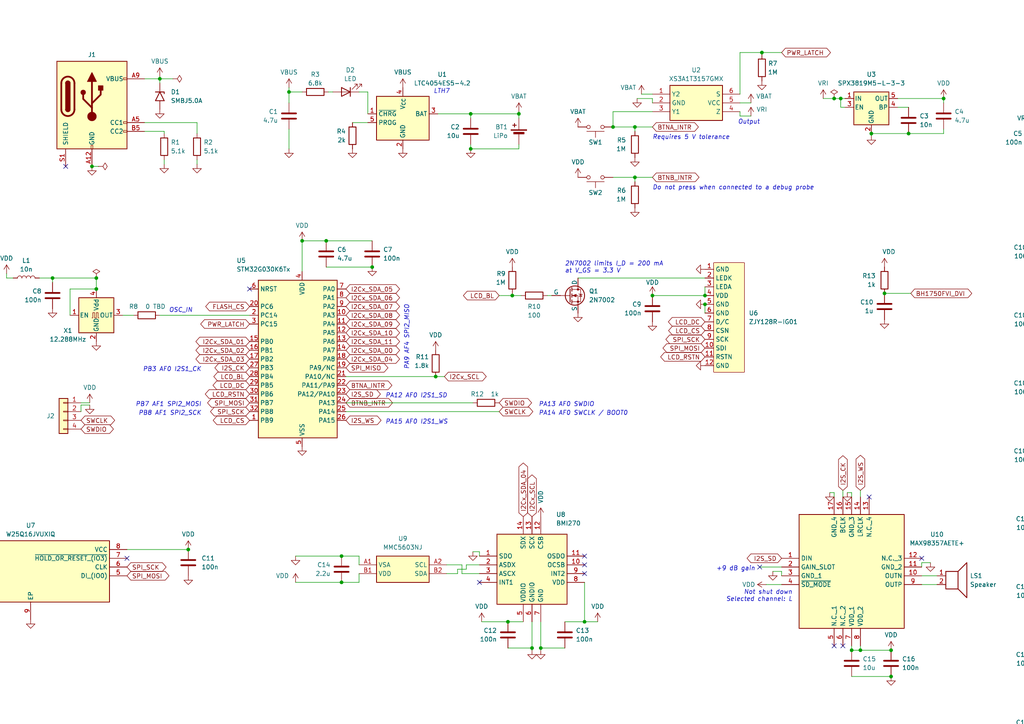
<source format=kicad_sch>
(kicad_sch (version 20230121) (generator eeschema)
  (paper "A4")
  (junction (at 367.03 266.065))
  (junction (at 136.525 33.02))
  (junction (at 243.84 28.575))
  (junction (at 156.845 187.96))
  (junction (at 177.8 36.83))
  (junction (at 366.395 135.89))
  (junction (at 372.745 88.9))
  (junction (at 308.61 74.295))
  (junction (at 367.03 293.37))
  (junction (at 302.895 167.64))
  (junction (at 220.98 15.24))
  (junction (at 424.18 251.46))
  (junction (at 401.32 212.09))
  (junction (at 302.895 234.315))
  (junction (at 424.18 172.72))
  (junction (at 366.395 108.585))
  (junction (at 373.38 285.75))
  (junction (at 366.395 88.9))
  (junction (at 302.26 76.835))
  (junction (at 302.895 175.26))
  (junction (at 302.26 96.52))
  (junction (at 400.685 93.98))
  (junction (at 150.495 33.02))
  (junction (at 309.245 251.46))
  (junction (at 372.745 69.215))
  (junction (at 241.935 28.575))
  (junction (at 401.32 290.83))
  (junction (at 400.685 133.35))
  (junction (at 367.03 214.63))
  (junction (at 302.895 285.75))
  (junction (at 308.61 133.35))
  (junction (at 423.545 133.35))
  (junction (at 424.18 192.405))
  (junction (at 367.03 147.955))
  (junction (at 367.03 194.945))
  (junction (at 366.395 69.215))
  (junction (at 423.545 113.665))
  (junction (at 148.59 85.725))
  (junction (at 258.445 196.215))
  (junction (at 302.895 273.685))
  (junction (at 308.61 113.665))
  (junction (at 256.54 85.09))
  (junction (at 126.365 109.22))
  (junction (at 367.03 167.64))
  (junction (at 373.38 187.325))
  (junction (at 302.895 187.325))
  (junction (at 302.895 293.37))
  (junction (at 136.525 43.18))
  (junction (at 302.26 108.585))
  (junction (at 99.06 161.29))
  (junction (at 15.24 80.645))
  (junction (at 302.26 88.9))
  (junction (at 401.32 271.145))
  (junction (at 373.38 266.065))
  (junction (at 27.94 83.82))
  (junction (at 302.895 207.01))
  (junction (at 309.245 271.145))
  (junction (at 87.63 69.85))
  (junction (at 367.03 254))
  (junction (at 309.245 290.83))
  (junction (at 309.245 231.775))
  (junction (at 184.15 36.83))
  (junction (at 249.555 188.595))
  (junction (at 423.545 74.295))
  (junction (at 302.26 135.89))
  (junction (at 302.26 69.215))
  (junction (at 400.685 74.295))
  (junction (at 154.305 187.96))
  (junction (at 302.895 266.065))
  (junction (at 189.23 85.725))
  (junction (at 401.32 172.72))
  (junction (at 424.18 271.145))
  (junction (at 309.245 172.72))
  (junction (at 204.47 88.265))
  (junction (at 401.32 251.46))
  (junction (at 401.32 153.035))
  (junction (at 184.15 51.435))
  (junction (at 26.67 48.26))
  (junction (at 373.38 147.955))
  (junction (at 309.245 153.035))
  (junction (at 302.895 194.945))
  (junction (at 169.545 180.34))
  (junction (at 27.94 80.645))
  (junction (at 302.895 246.38))
  (junction (at 366.395 76.835))
  (junction (at 107.95 77.47))
  (junction (at 309.245 192.405))
  (junction (at 302.895 214.63))
  (junction (at 367.03 234.315))
  (junction (at 302.895 226.695))
  (junction (at 302.26 128.27))
  (junction (at 204.47 85.725))
  (junction (at 302.895 254))
  (junction (at 367.03 246.38))
  (junction (at 367.03 207.01))
  (junction (at 94.615 69.85))
  (junction (at 367.03 285.75))
  (junction (at 99.06 168.91))
  (junction (at 367.03 226.695))
  (junction (at 263.525 38.735))
  (junction (at 373.38 246.38))
  (junction (at 367.03 273.685))
  (junction (at 252.73 38.735))
  (junction (at 302.895 155.575))
  (junction (at 366.395 128.27))
  (junction (at 424.18 153.035))
  (junction (at 366.395 116.205))
  (junction (at 367.03 175.26))
  (junction (at 308.61 93.98))
  (junction (at 302.895 147.955))
  (junction (at 302.26 116.205))
  (junction (at 366.395 96.52))
  (junction (at 367.03 187.325))
  (junction (at 372.745 128.27))
  (junction (at 299.72 36.195))
  (junction (at 258.445 188.595))
  (junction (at 147.32 180.34))
  (junction (at 401.32 192.405))
  (junction (at 373.38 226.695))
  (junction (at 424.18 231.775))
  (junction (at 424.18 290.83))
  (junction (at 46.355 22.86))
  (junction (at 424.18 212.09))
  (junction (at 273.685 28.575))
  (junction (at 373.38 167.64))
  (junction (at 373.38 207.01))
  (junction (at 299.72 43.815))
  (junction (at 367.03 155.575))
  (junction (at 83.82 26.67))
  (junction (at 372.745 108.585))
  (junction (at 401.32 231.775))
  (junction (at 309.245 212.09))
  (junction (at 423.545 93.98))
  (junction (at 400.685 113.665))
  (junction (at 247.015 188.595))
  (junction (at 54.61 159.385))
  (no_connect (at 252.095 144.145))
  (no_connect (at 335.28 38.735))
  (no_connect (at -19.05 164.465))
  (no_connect (at 72.39 83.82))
  (no_connect (at 169.545 166.37))
  (no_connect (at 139.065 168.91))
  (no_connect (at 304.8 33.655))
  (no_connect (at 244.475 187.325))
  (no_connect (at 169.545 163.83))
  (no_connect (at 267.335 161.925))
  (no_connect (at 169.545 161.29))
  (no_connect (at 220.345 164.465))
  (no_connect (at 241.935 187.325))
  (no_connect (at 36.83 161.925))
  (no_connect (at 19.05 48.26))
  (wire (pts (xy 189.23 32.385) (xy 177.8 32.385)))
  (wire (pts (xy 401.32 172.72) (xy 401.32 178.435)))
  (wire (pts (xy 423.545 92.71) (xy 423.545 93.98)))
  (wire (pts (xy 147.32 180.34) (xy 151.765 180.34)))
  (wire (pts (xy 401.32 251.46) (xy 424.18 251.46)))
  (wire (pts (xy 106.68 26.67) (xy 106.68 33.02)))
  (wire (pts (xy 156.845 187.96) (xy 163.83 187.96)))
  (wire (pts (xy 139.7 180.34) (xy 147.32 180.34)))
  (wire (pts (xy 309.245 251.46) (xy 309.245 254)))
  (wire (pts (xy 424.18 151.765) (xy 424.18 153.035)))
  (wire (pts (xy 366.395 128.27) (xy 372.745 128.27)))
  (wire (pts (xy 139.065 161.29) (xy 139.065 160.02)))
  (wire (pts (xy 264.16 85.09) (xy 256.54 85.09)))
  (wire (pts (xy 204.47 88.265) (xy 204.47 90.805)))
  (wire (pts (xy 373.38 254) (xy 367.03 254)))
  (wire (pts (xy 94.615 77.47) (xy 107.95 77.47)))
  (wire (pts (xy 367.03 167.64) (xy 373.38 167.64)))
  (wire (pts (xy 243.84 28.575) (xy 243.84 31.115)))
  (wire (pts (xy 372.745 108.585) (xy 372.745 111.125)))
  (wire (pts (xy 309.245 273.685) (xy 302.895 273.685)))
  (wire (pts (xy 366.395 88.9) (xy 372.745 88.9)))
  (wire (pts (xy 267.335 163.195) (xy 269.875 163.195)))
  (wire (pts (xy 154.305 187.96) (xy 154.305 188.595)))
  (wire (pts (xy 133.985 163.83) (xy 133.985 166.37)))
  (wire (pts (xy 302.895 266.065) (xy 309.245 266.065)))
  (wire (pts (xy 367.03 226.695) (xy 373.38 226.695)))
  (wire (pts (xy 177.8 32.385) (xy 177.8 36.83)))
  (wire (pts (xy 309.245 150.495) (xy 309.245 153.035)))
  (wire (pts (xy 309.245 153.035) (xy 309.245 155.575)))
  (wire (pts (xy 424.18 251.46) (xy 429.895 251.46)))
  (wire (pts (xy 302.895 147.955) (xy 309.245 147.955)))
  (wire (pts (xy 372.745 76.835) (xy 366.395 76.835)))
  (wire (pts (xy 309.245 209.55) (xy 309.245 212.09)))
  (wire (pts (xy 54.61 159.385) (xy 36.83 159.385)))
  (wire (pts (xy 309.245 293.37) (xy 302.895 293.37)))
  (wire (pts (xy 126.365 109.22) (xy 128.905 109.22)))
  (wire (pts (xy 373.38 147.955) (xy 373.38 150.495)))
  (wire (pts (xy 336.55 113.665) (xy 336.55 119.38)))
  (wire (pts (xy 400.685 113.665) (xy 423.545 113.665)))
  (wire (pts (xy 400.685 93.98) (xy 423.545 93.98)))
  (wire (pts (xy 424.18 231.775) (xy 429.895 231.775)))
  (wire (pts (xy 302.895 246.38) (xy 309.245 246.38)))
  (wire (pts (xy 249.555 187.325) (xy 249.555 188.595)))
  (wire (pts (xy 337.185 290.83) (xy 337.185 296.545)))
  (wire (pts (xy 20.32 91.44) (xy 20.32 83.82)))
  (wire (pts (xy 144.78 85.725) (xy 148.59 85.725)))
  (wire (pts (xy 308.61 133.35) (xy 308.61 135.89)))
  (wire (pts (xy 260.35 28.575) (xy 273.685 28.575)))
  (wire (pts (xy 136.525 43.18) (xy 136.525 41.91)))
  (wire (pts (xy 46.355 24.13) (xy 46.355 22.86)))
  (wire (pts (xy 260.35 31.115) (xy 263.525 31.115)))
  (wire (pts (xy 163.83 180.34) (xy 169.545 180.34)))
  (wire (pts (xy 302.26 128.27) (xy 308.61 128.27)))
  (wire (pts (xy 186.055 27.305) (xy 189.23 27.305)))
  (wire (pts (xy 136.525 33.02) (xy 150.495 33.02)))
  (wire (pts (xy 104.14 168.91) (xy 99.06 168.91)))
  (wire (pts (xy 423.545 133.35) (xy 429.26 133.35)))
  (wire (pts (xy 424.18 269.875) (xy 424.18 271.145)))
  (wire (pts (xy 373.38 153.035) (xy 373.38 155.575)))
  (wire (pts (xy 249.555 142.24) (xy 249.555 144.145)))
  (wire (pts (xy 336.55 80.01) (xy 400.685 80.01)))
  (wire (pts (xy 150.495 43.18) (xy 136.525 43.18)))
  (wire (pts (xy 337.185 276.86) (xy 401.32 276.86)))
  (wire (pts (xy 309.245 231.775) (xy 309.245 234.315)))
  (wire (pts (xy 220.345 164.465) (xy 226.695 164.465)))
  (wire (pts (xy 35.56 91.44) (xy 38.735 91.44)))
  (wire (pts (xy 337.185 178.435) (xy 401.32 178.435)))
  (wire (pts (xy 337.185 237.49) (xy 401.32 237.49)))
  (wire (pts (xy 309.245 192.405) (xy 309.245 194.945)))
  (wire (pts (xy 57.15 46.355) (xy 57.15 47.625)))
  (wire (pts (xy 373.38 212.09) (xy 373.38 214.63)))
  (wire (pts (xy 102.235 35.56) (xy 106.68 35.56)))
  (wire (pts (xy 373.38 207.01) (xy 373.38 209.55)))
  (wire (pts (xy 423.545 113.665) (xy 429.26 113.665)))
  (wire (pts (xy 85.725 168.91) (xy 99.06 168.91)))
  (wire (pts (xy 309.245 254) (xy 302.895 254)))
  (wire (pts (xy 308.61 91.44) (xy 308.61 93.98)))
  (wire (pts (xy 424.18 250.19) (xy 424.18 251.46)))
  (wire (pts (xy 373.38 266.065) (xy 373.38 268.605)))
  (wire (pts (xy 247.015 187.325) (xy 247.015 188.595)))
  (wire (pts (xy 273.685 37.465) (xy 273.685 38.735)))
  (wire (pts (xy 337.185 217.805) (xy 401.32 217.805)))
  (wire (pts (xy 27.94 80.645) (xy 27.94 83.82)))
  (wire (pts (xy 302.895 285.75) (xy 309.245 285.75)))
  (wire (pts (xy 299.72 36.195) (xy 304.8 36.195)))
  (wire (pts (xy 308.61 96.52) (xy 302.26 96.52)))
  (wire (pts (xy 83.82 26.67) (xy 83.82 29.845)))
  (wire (pts (xy 252.73 39.37) (xy 252.73 38.735)))
  (wire (pts (xy 424.18 289.56) (xy 424.18 290.83)))
  (wire (pts (xy 424.18 271.145) (xy 429.895 271.145)))
  (wire (pts (xy 401.32 212.09) (xy 424.18 212.09)))
  (wire (pts (xy 367.03 207.01) (xy 373.38 207.01)))
  (wire (pts (xy 150.495 33.02) (xy 150.495 34.29)))
  (wire (pts (xy 372.745 96.52) (xy 366.395 96.52)))
  (wire (pts (xy 401.32 231.775) (xy 424.18 231.775)))
  (wire (pts (xy 366.395 108.585) (xy 372.745 108.585)))
  (wire (pts (xy 336.55 133.35) (xy 336.55 139.065)))
  (wire (pts (xy 46.355 91.44) (xy 72.39 91.44)))
  (wire (pts (xy 424.18 172.72) (xy 429.895 172.72)))
  (wire (pts (xy 156.845 187.96) (xy 156.845 188.595)))
  (wire (pts (xy 147.32 187.96) (xy 154.305 187.96)))
  (wire (pts (xy 304.8 43.815) (xy 304.8 38.735)))
  (wire (pts (xy 46.355 22.225) (xy 46.355 22.86)))
  (wire (pts (xy 204.47 83.185) (xy 204.47 85.725)))
  (wire (pts (xy 104.14 161.29) (xy 104.14 163.83)))
  (wire (pts (xy 100.33 116.84) (xy 137.16 116.84)))
  (wire (pts (xy 337.185 158.75) (xy 401.32 158.75)))
  (wire (pts (xy 373.38 251.46) (xy 373.38 254)))
  (wire (pts (xy 41.91 38.1) (xy 47.625 38.1)))
  (wire (pts (xy 367.03 246.38) (xy 373.38 246.38)))
  (wire (pts (xy 23.495 119.38) (xy 23.495 117.475)))
  (wire (pts (xy 151.13 85.725) (xy 148.59 85.725)))
  (wire (pts (xy 424.18 212.09) (xy 429.895 212.09)))
  (wire (pts (xy 336.55 139.065) (xy 400.685 139.065)))
  (wire (pts (xy 148.59 85.09) (xy 148.59 85.725)))
  (wire (pts (xy 367.03 285.75) (xy 373.38 285.75)))
  (wire (pts (xy 302.895 187.325) (xy 309.245 187.325)))
  (wire (pts (xy 47.625 46.355) (xy 47.625 47.625)))
  (wire (pts (xy 373.38 194.945) (xy 367.03 194.945)))
  (wire (pts (xy 424.18 171.45) (xy 424.18 172.72)))
  (wire (pts (xy 87.63 69.85) (xy 94.615 69.85)))
  (wire (pts (xy 336.55 74.295) (xy 336.55 80.01)))
  (wire (pts (xy 372.745 116.205) (xy 366.395 116.205)))
  (wire (pts (xy 373.38 231.775) (xy 373.38 234.315)))
  (wire (pts (xy 337.185 271.145) (xy 337.185 276.86)))
  (wire (pts (xy 267.335 164.465) (xy 267.335 163.195)))
  (wire (pts (xy 373.38 234.315) (xy 367.03 234.315)))
  (wire (pts (xy 400.685 133.35) (xy 400.685 139.065)))
  (wire (pts (xy 150.495 33.02) (xy 150.495 32.385)))
  (wire (pts (xy 100.33 109.22) (xy 126.365 109.22)))
  (wire (pts (xy 104.14 166.37) (xy 104.14 168.91)))
  (wire (pts (xy 252.73 38.735) (xy 263.525 38.735)))
  (wire (pts (xy 127 33.02) (xy 136.525 33.02)))
  (wire (pts (xy 273.685 38.735) (xy 263.525 38.735)))
  (wire (pts (xy 401.32 212.09) (xy 401.32 217.805)))
  (wire (pts (xy 400.685 93.98) (xy 400.685 99.695)))
  (wire (pts (xy 424.18 153.035) (xy 429.895 153.035)))
  (wire (pts (xy 104.14 26.67) (xy 106.68 26.67)))
  (wire (pts (xy 302.895 167.64) (xy 309.245 167.64)))
  (wire (pts (xy 401.32 290.83) (xy 424.18 290.83)))
  (wire (pts (xy 337.185 251.46) (xy 337.185 257.175)))
  (wire (pts (xy 309.245 172.72) (xy 309.245 175.26)))
  (wire (pts (xy 372.745 135.89) (xy 366.395 135.89)))
  (wire (pts (xy 129.54 163.83) (xy 133.985 163.83)))
  (wire (pts (xy 372.745 133.35) (xy 372.745 135.89)))
  (wire (pts (xy 367.03 187.325) (xy 373.38 187.325)))
  (wire (pts (xy 249.555 188.595) (xy 258.445 188.595)))
  (wire (pts (xy 309.245 155.575) (xy 302.895 155.575)))
  (wire (pts (xy 243.84 28.575) (xy 245.11 28.575)))
  (wire (pts (xy 401.32 153.035) (xy 424.18 153.035)))
  (wire (pts (xy 184.15 36.83) (xy 189.23 36.83)))
  (wire (pts (xy 41.91 22.86) (xy 46.355 22.86)))
  (wire (pts (xy 129.54 166.37) (xy 132.715 166.37)))
  (wire (pts (xy 372.745 88.9) (xy 372.745 91.44)))
  (wire (pts (xy 400.685 74.295) (xy 423.545 74.295)))
  (wire (pts (xy 424.18 191.135) (xy 424.18 192.405)))
  (wire (pts (xy 220.98 15.875) (xy 220.98 15.24)))
  (wire (pts (xy 247.015 196.215) (xy 258.445 196.215)))
  (wire (pts (xy 337.185 172.72) (xy 337.185 178.435)))
  (wire (pts (xy 158.75 85.725) (xy 160.02 85.725)))
  (wire (pts (xy 373.38 167.64) (xy 373.38 170.18)))
  (wire (pts (xy 372.745 113.665) (xy 372.745 116.205)))
  (wire (pts (xy 309.245 248.92) (xy 309.245 251.46)))
  (wire (pts (xy 309.245 229.235) (xy 309.245 231.775)))
  (wire (pts (xy 154.305 180.34) (xy 154.305 187.96)))
  (wire (pts (xy 309.245 268.605) (xy 309.245 271.145)))
  (wire (pts (xy 337.185 153.035) (xy 337.185 158.75)))
  (wire (pts (xy 372.745 74.295) (xy 372.745 76.835)))
  (wire (pts (xy 47.625 38.1) (xy 47.625 38.735)))
  (wire (pts (xy 238.76 28.575) (xy 241.935 28.575)))
  (wire (pts (xy 87.63 69.85) (xy 87.63 78.74)))
  (wire (pts (xy 401.32 271.145) (xy 424.18 271.145)))
  (wire (pts (xy 308.61 111.125) (xy 308.61 113.665)))
  (wire (pts (xy 302.895 226.695) (xy 309.245 226.695)))
  (wire (pts (xy 367.03 266.065) (xy 373.38 266.065)))
  (wire (pts (xy 273.685 28.575) (xy 273.685 29.845)))
  (wire (pts (xy 423.545 93.98) (xy 429.26 93.98)))
  (wire (pts (xy 401.32 192.405) (xy 424.18 192.405)))
  (wire (pts (xy 401.32 192.405) (xy 401.32 198.12)))
  (wire (pts (xy 189.23 28.575) (xy 189.23 29.845)))
  (wire (pts (xy 150.495 41.91) (xy 150.495 43.18)))
  (wire (pts (xy 184.15 51.435) (xy 189.23 51.435)))
  (wire (pts (xy 308.61 135.89) (xy 302.26 135.89)))
  (wire (pts (xy 26.035 116.84) (xy 23.495 116.84)))
  (wire (pts (xy 337.185 198.12) (xy 401.32 198.12)))
  (wire (pts (xy 373.38 175.26) (xy 367.03 175.26)))
  (wire (pts (xy 423.545 112.395) (xy 423.545 113.665)))
  (wire (pts (xy 1.905 80.645) (xy 3.81 80.645)))
  (wire (pts (xy 373.38 155.575) (xy 367.03 155.575)))
  (wire (pts (xy 308.61 71.755) (xy 308.61 74.295)))
  (wire (pts (xy 337.185 231.775) (xy 337.185 237.49)))
  (wire (pts (xy 144.78 119.38) (xy 100.33 119.38)))
  (wire (pts (xy 23.495 117.475) (xy 26.035 117.475)))
  (wire (pts (xy 184.785 28.575) (xy 189.23 28.575)))
  (wire (pts (xy 83.82 25.4) (xy 83.82 26.67)))
  (wire (pts (xy 373.38 187.325) (xy 373.38 189.865)))
  (wire (pts (xy 309.245 234.315) (xy 302.895 234.315)))
  (wire (pts (xy 15.24 80.645) (xy 27.94 80.645)))
  (wire (pts (xy 302.26 69.215) (xy 308.61 69.215)))
  (wire (pts (xy 372.745 69.215) (xy 372.745 71.755)))
  (wire (pts (xy 135.255 163.83) (xy 139.065 163.83)))
  (wire (pts (xy 222.25 169.545) (xy 226.695 169.545)))
  (wire (pts (xy 177.8 51.435) (xy 184.15 51.435)))
  (wire (pts (xy 214.63 33.655) (xy 214.63 32.385)))
  (wire (pts (xy 308.61 74.295) (xy 308.61 76.835)))
  (wire (pts (xy 135.255 163.83) (xy 135.255 165.1)))
  (wire (pts (xy 302.26 88.9) (xy 308.61 88.9)))
  (wire (pts (xy 309.245 214.63) (xy 302.895 214.63)))
  (wire (pts (xy 373.38 293.37) (xy 367.03 293.37)))
  (wire (pts (xy 226.695 167.005) (xy 226.695 165.735)))
  (wire (pts (xy 302.895 207.01) (xy 309.245 207.01)))
  (wire (pts (xy 247.015 188.595) (xy 249.555 188.595)))
  (wire (pts (xy 309.245 288.29) (xy 309.245 290.83)))
  (wire (pts (xy 94.615 69.85) (xy 107.95 69.85)))
  (wire (pts (xy 308.61 130.81) (xy 308.61 133.35)))
  (wire (pts (xy 167.64 80.645) (xy 204.47 80.645)))
  (wire (pts (xy 41.91 35.56) (xy 57.15 35.56)))
  (wire (pts (xy 424.18 230.505) (xy 424.18 231.775)))
  (wire (pts (xy 156.845 180.34) (xy 156.845 187.96)))
  (wire (pts (xy 241.935 142.875) (xy 241.935 144.145)))
  (wire (pts (xy 373.38 246.38) (xy 373.38 248.92)))
  (wire (pts (xy 302.26 108.585) (xy 308.61 108.585)))
  (wire (pts (xy 83.82 26.67) (xy 87.63 26.67)))
  (wire (pts (xy 366.395 69.215) (xy 372.745 69.215)))
  (wire (pts (xy 57.15 35.56) (xy 57.15 38.735)))
  (wire (pts (xy 309.245 271.145) (xy 309.245 273.685)))
  (wire (pts (xy 136.525 34.29) (xy 136.525 33.02)))
  (wire (pts (xy 309.245 175.26) (xy 302.895 175.26)))
  (wire (pts (xy 169.545 180.34) (xy 173.355 180.34)))
  (wire (pts (xy 83.82 43.18) (xy 83.82 37.465)))
  (wire (pts (xy 214.63 33.655) (xy 217.805 33.655)))
  (wire (pts (xy 267.335 169.545) (xy 271.78 169.545)))
  (wire (pts (xy 20.32 83.82) (xy 27.94 83.82)))
  (wire (pts (xy 133.985 166.37) (xy 139.065 166.37)))
  (wire (pts (xy 308.61 113.665) (xy 308.61 116.205)))
  (wire (pts (xy 308.61 116.205) (xy 302.26 116.205)))
  (wire (pts (xy 423.545 73.025) (xy 423.545 74.295)))
  (wire (pts (xy 400.685 74.295) (xy 400.685 80.01)))
  (wire (pts (xy 337.185 257.175) (xy 401.32 257.175)))
  (wire (pts (xy 337.185 212.09) (xy 337.185 217.805)))
  (wire (pts (xy 309.245 212.09) (xy 309.245 214.63)))
  (wire (pts (xy 309.245 170.18) (xy 309.245 172.72)))
  (wire (pts (xy 423.545 74.295) (xy 429.26 74.295)))
  (wire (pts (xy 245.745 142.875) (xy 247.015 142.875)))
  (wire (pts (xy 401.32 231.775) (xy 401.32 237.49)))
  (wire (pts (xy 401.32 153.035) (xy 401.32 158.75)))
  (wire (pts (xy 96.52 26.67) (xy 95.25 26.67)))
  (wire (pts (xy 50.165 22.86) (xy 46.355 22.86)))
  (wire (pts (xy 214.63 29.845) (xy 217.805 29.845)))
  (wire (pts (xy 424.18 290.83) (xy 429.895 290.83)))
  (wire (pts (xy 132.715 165.1) (xy 132.715 166.37)))
  (wire (pts (xy 247.015 142.875) (xy 247.015 144.145)))
  (wire (pts (xy 372.745 93.98) (xy 372.745 96.52)))
  (wire (pts (xy 401.32 290.83) (xy 401.32 296.545)))
  (wire (pts (xy 220.98 15.24) (xy 226.695 15.24)))
  (wire (pts (xy 214.63 15.24) (xy 220.98 15.24)))
  (wire (pts (xy 336.55 93.98) (xy 336.55 99.695)))
  (wire (pts (xy 226.695 165.735) (xy 224.155 165.735)))
  (wire (pts (xy 373.38 172.72) (xy 373.38 175.26)))
  (wire (pts (xy 337.185 192.405) (xy 337.185 198.12)))
  (wire (pts (xy 400.685 133.35) (xy 423.545 133.35)))
  (wire (pts (xy 336.55 119.38) (xy 400.685 119.38)))
  (wire (pts (xy 308.61 93.98) (xy 308.61 96.52)))
  (wire (pts (xy 244.475 142.24) (xy 244.475 144.145)))
  (wire (pts (xy 184.15 51.435) (xy 184.15 52.705)))
  (wire (pts (xy 309.245 194.945) (xy 302.895 194.945)))
  (wire (pts (xy 401.32 251.46) (xy 401.32 257.175)))
  (wire (pts (xy 424.18 210.82) (xy 424.18 212.09)))
  (wire (pts (xy 337.185 296.545) (xy 401.32 296.545)))
  (wire (pts (xy 11.43 80.645) (xy 15.24 80.645)))
  (wire (pts (xy 373.38 273.685) (xy 367.03 273.685)))
  (wire (pts (xy 400.685 113.665) (xy 400.685 119.38)))
  (wire (pts (xy 177.8 36.83) (xy 184.15 36.83)))
  (wire (pts (xy 99.06 161.29) (xy 104.14 161.29)))
  (wire (pts (xy 309.245 290.83) (xy 309.245 293.37)))
  (wire (pts (xy 309.245 189.865) (xy 309.245 192.405)))
  (wire (pts (xy 169.545 180.34) (xy 169.545 168.91)))
  (wire (pts (xy 1.905 79.375) (xy 1.905 80.645)))
  (wire (pts (xy 373.38 214.63) (xy 367.03 214.63)))
  (wire (pts (xy 26.67 48.26) (xy 28.575 48.26)))
  (wire (pts (xy 299.72 43.815) (xy 304.8 43.815)))
  (wire (pts (xy 240.665 142.875) (xy 241.935 142.875)))
  (wire (pts (xy 204.47 85.725) (xy 189.23 85.725)))
  (wire (pts (xy 184.15 36.83) (xy 184.15 38.1)))
  (wire (pts (xy 373.38 271.145) (xy 373.38 273.685)))
  (wire (pts (xy 336.55 99.695) (xy 400.685 99.695)))
  (wire (pts (xy 372.745 128.27) (xy 372.745 130.81)))
  (wire (pts (xy 15.24 81.915) (xy 15.24 80.645)))
  (wire (pts (xy 245.11 31.115) (xy 243.84 31.115)))
  (wire (pts (xy 267.335 167.005) (xy 271.78 167.005)))
  (wire (pts (xy 241.935 28.575) (xy 243.84 28.575)))
  (wire (pts (xy 401.32 271.145) (xy 401.32 276.86)))
  (wire (pts (xy 214.63 15.24) (xy 214.63 27.305)))
  (wire (pts (xy 373.38 192.405) (xy 373.38 194.945)))
  (wire (pts (xy 308.61 76.835) (xy 302.26 76.835)))
  (wire (pts (xy 373.38 285.75) (xy 373.38 288.29)))
  (wire (pts (xy 139.065 160.02) (xy 137.16 160.02)))
  (wire (pts (xy 85.725 161.29) (xy 99.06 161.29)))
  (wire (pts (xy 373.38 226.695) (xy 373.38 229.235)))
  (wire (pts (xy 401.32 172.72) (xy 424.18 172.72)))
  (wire (pts (xy 373.38 290.83) (xy 373.38 293.37)))
  (wire (pts (xy 423.545 132.08) (xy 423.545 133.35)))
  (wire (pts (xy 424.18 192.405) (xy 429.895 192.405)))
  (wire (pts (xy 367.03 147.955) (xy 373.38 147.955)))
  (wire (pts (xy 135.255 165.1) (xy 132.715 165.1)))
  (text "Output" (at 213.995 36.195 0) (effects (font (size 1.27 1.27) italic) (justify left bottom)))
  (text "+9 dB gain" (at 219.075 165.735 0) (effects (font (size 1.27 1.27) italic) (justify right bottom)))
  (text "2N7002 limits I_D = 200 mA\nat V_GS = 3.3 V" (at 163.83 79.375 0) (effects (font (size 1.27 1.27) italic) (justify left bottom)))
  (text "PB8 AF1 SPI2_SCK" (at 58.42 120.65 0) (effects (font (size 1.27 1.27) italic) (justify right bottom)))
  (text "PB7 AF1 SPI2_MOSI" (at 58.42 118.11 0) (effects (font (size 1.27 1.27) italic) (justify right bottom)))
  (text "PA14 AF0 SWCLK / BOOT0" (at 156.21 120.65 0) (effects (font (size 1.27 1.27) italic) (justify left bottom)))
  (text "PA15 AF0 I2S1_WS" (at 111.76 123.19 0) (effects (font (size 1.27 1.27) italic) (justify left bottom)))
  (text "Not shut down\nSelected channel: L" (at 229.87 174.625 0) (effects (font (size 1.27 1.27) italic) (justify right bottom)))
  (text "OSC_IN" (at 55.88 90.805 0) (effects (font (size 1.27 1.27) italic) (justify right bottom)))
  (text "Requires 5 V tolerance" (at 189.23 40.64 0) (effects (font (size 1.27 1.27) italic) (justify left bottom)))
  (text "Do not press when connected to a debug probe" (at 189.23 55.245 0) (effects (font (size 1.27 1.27) italic) (justify left bottom)))
  (text "PB3 AF0 I2S1_CK" (at 58.42 107.95 0) (effects (font (size 1.27 1.27) italic) (justify right bottom)))
  (text "PA13 AF0 SWDIO" (at 156.21 118.11 0) (effects (font (size 1.27 1.27) italic) (justify left bottom)))
  (text "LTH7" (at 125.73 27.305 0) (effects (font (size 1.27 1.27) italic) (justify left bottom)))
  (text "PA9 AF4 SPI2_MISO" (at 118.745 107.315 90) (effects (font (size 1.27 1.27) italic) (justify left bottom)))
  (text "PA12 AF0 I2S1_SD" (at 111.76 115.57 0) (effects (font (size 1.27 1.27) italic) (justify left bottom)))
  (global_label "LCD_RSTN" (shape bidirectional) (at 204.47 103.505 180) (property "Intersheetrefs" "${INTERSHEET_REFS}" (effects hide)))
  (global_label "I2S_WS" (shape bidirectional) (at 249.555 142.24 90) (property "Intersheetrefs" "${INTERSHEET_REFS}" (effects hide)))
  (global_label "PWR_LATCH" (shape bidirectional) (at 72.39 93.98 180) (property "Intersheetrefs" "${INTERSHEET_REFS}" (effects hide)))
  (global_label "I2Cx_SCL" (shape bidirectional) (at 401.32 207.01 0) (property "Intersheetrefs" "${INTERSHEET_REFS}" (effects hide)))
  (global_label "SWCLK" (shape bidirectional) (at 23.495 121.92 0) (property "Intersheetrefs" "${INTERSHEET_REFS}" (effects hide)))
  (global_label "BH1750FVI_DVI" (shape bidirectional) (at 336.55 91.44 0) (property "Intersheetrefs" "${INTERSHEET_REFS}" (effects hide)))
  (global_label "LCD_DC" (shape bidirectional) (at 72.39 111.76 180) (property "Intersheetrefs" "${INTERSHEET_REFS}" (effects hide)))
  (global_label "I2Cx_SDA_07" (shape bidirectional) (at 100.33 88.9 0) (property "Intersheetrefs" "${INTERSHEET_REFS}" (effects hide)))
  (global_label "I2Cx_SDA_00" (shape bidirectional) (at 100.33 101.6 0) (property "Intersheetrefs" "${INTERSHEET_REFS}" (effects hide)))
  (global_label "I2Cx_SCL" (shape bidirectional) (at 400.685 108.585 0) (property "Intersheetrefs" "${INTERSHEET_REFS}" (effects hide)))
  (global_label "LCD_BL" (shape bidirectional) (at 72.39 109.22 180) (property "Intersheetrefs" "${INTERSHEET_REFS}" (effects hide)))
  (global_label "I2Cx_SCL" (shape bidirectional) (at 400.685 69.215 0) (property "Intersheetrefs" "${INTERSHEET_REFS}" (effects hide)))
  (global_label "BH1750FVI_DVI" (shape bidirectional) (at 400.685 91.44 0) (property "Intersheetrefs" "${INTERSHEET_REFS}" (effects hide)))
  (global_label "SWCLK" (shape bidirectional) (at 144.78 119.38 0) (property "Intersheetrefs" "${INTERSHEET_REFS}" (effects hide)))
  (global_label "I2Cx_SCL" (shape bidirectional) (at 401.32 226.695 0) (property "Intersheetrefs" "${INTERSHEET_REFS}" (effects hide)))
  (global_label "BTNA_INTR" (shape bidirectional) (at 100.33 111.76 0) (property "Intersheetrefs" "${INTERSHEET_REFS}" (effects hide)))
  (global_label "I2Cx_SCL" (shape bidirectional) (at 337.185 285.75 0) (property "Intersheetrefs" "${INTERSHEET_REFS}" (effects hide)))
  (global_label "I2S_WS" (shape bidirectional) (at 100.33 121.92 0) (property "Intersheetrefs" "${INTERSHEET_REFS}" (effects hide)))
  (global_label "I2Cx_SDA_09" (shape bidirectional) (at 429.895 251.46 0) (property "Intersheetrefs" "${INTERSHEET_REFS}" (effects hide)))
  (global_label "BH1750FVI_DVI" (shape bidirectional) (at 336.55 111.125 0) (property "Intersheetrefs" "${INTERSHEET_REFS}" (effects hide)))
  (global_label "BH1750FVI_DVI" (shape bidirectional) (at 336.55 71.755 0) (property "Intersheetrefs" "${INTERSHEET_REFS}" (effects hide)))
  (global_label "I2Cx_SDA_08" (shape bidirectional) (at 100.33 91.44 0) (property "Intersheetrefs" "${INTERSHEET_REFS}" (effects hide)))
  (global_label "I2Cx_SDA_06" (shape bidirectional) (at 429.895 192.405 0) (property "Intersheetrefs" "${INTERSHEET_REFS}" (effects hide)))
  (global_label "BH1750FVI_DVI" (shape bidirectional) (at 401.32 248.92 0) (property "Intersheetrefs" "${INTERSHEET_REFS}" (effects hide)))
  (global_label "I2Cx_SDA_02" (shape bidirectional) (at 429.26 113.665 0) (property "Intersheetrefs" "${INTERSHEET_REFS}" (effects hide)))
  (global_label "FLASH_CS" (shape bidirectional) (at -19.05 159.385 180) (property "Intersheetrefs" "${INTERSHEET_REFS}" (effects hide)))
  (global_label "PWR_LATCH" (shape bidirectional) (at 226.695 15.24 0) (property "Intersheetrefs" "${INTERSHEET_REFS}" (effects hide)))
  (global_label "BH1750FVI_DVI" (shape bidirectional) (at 401.32 229.235 0) (property "Intersheetrefs" "${INTERSHEET_REFS}" (effects hide)))
  (global_label "BH1750FVI_DVI" (shape bidirectional) (at 337.185 209.55 0) (property "Intersheetrefs" "${INTERSHEET_REFS}" (effects hide)))
  (global_label "I2Cx_SCL" (shape bidirectional) (at 401.32 187.325 0) (property "Intersheetrefs" "${INTERSHEET_REFS}" (effects hide)))
  (global_label "BTNB_INTR" (shape bidirectional) (at 189.23 51.435 0) (property "Intersheetrefs" "${INTERSHEET_REFS}" (effects hide)))
  (global_label "I2Cx_SDA_01" (shape bidirectional) (at 72.39 99.06 180) (property "Intersheetrefs" "${INTERSHEET_REFS}" (effects hide)))
  (global_label "BH1750FVI_DVI" (shape bidirectional) (at 337.185 170.18 0) (property "Intersheetrefs" "${INTERSHEET_REFS}" (effects hide)))
  (global_label "SPI_MOSI" (shape bidirectional) (at 204.47 100.965 180) (property "Intersheetrefs" "${INTERSHEET_REFS}" (effects hide)))
  (global_label "BH1750FVI_DVI" (shape bidirectional) (at 401.32 268.605 0) (property "Intersheetrefs" "${INTERSHEET_REFS}" (effects hide)))
  (global_label "I2S_CK" (shape bidirectional) (at 244.475 142.24 90) (property "Intersheetrefs" "${INTERSHEET_REFS}" (effects hide)))
  (global_label "BH1750FVI_DVI" (shape bidirectional) (at 400.685 111.125 0) (property "Intersheetrefs" "${INTERSHEET_REFS}" (effects hide)))
  (global_label "I2Cx_SCL" (shape bidirectional) (at 154.305 149.86 90) (property "Intersheetrefs" "${INTERSHEET_REFS}" (effects hide)))
  (global_label "BH1750FVI_DVI" (shape bidirectional) (at 337.185 189.865 0) (property "Intersheetrefs" "${INTERSHEET_REFS}" (effects hide)))
  (global_label "I2Cx_SCL" (shape bidirectional) (at 336.55 88.9 0) (property "Intersheetrefs" "${INTERSHEET_REFS}" (effects hide)))
  (global_label "SWDIO" (shape bidirectional) (at 23.495 124.46 0) (property "Intersheetrefs" "${INTERSHEET_REFS}" (effects hide)))
  (global_label "BH1750FVI_DVI" (shape bidirectional) (at 401.32 288.29 0) (property "Intersheetrefs" "${INTERSHEET_REFS}" (effects hide)))
  (global_label "I2Cx_SCL" (shape bidirectional) (at 337.185 246.38 0) (property "Intersheetrefs" "${INTERSHEET_REFS}" (effects hide)))
  (global_label "SPI_SCK" (shape bidirectional) (at 36.83 164.465 0) (property "Intersheetrefs" "${INTERSHEET_REFS}" (effects hide)))
  (global_label "LCD_CS" (shape bidirectional) (at 72.39 121.92 180) (property "Intersheetrefs" "${INTERSHEET_REFS}" (effects hide)))
  (global_label "I2Cx_SDA_01" (shape bidirectional) (at 429.26 93.98 0) (property "Intersheetrefs" "${INTERSHEET_REFS}" (effects hide)))
  (global_label "I2Cx_SCL" (shape bidirectional) (at 336.55 69.215 0) (property "Intersheetrefs" "${INTERSHEET_REFS}" (effects hide)))
  (global_label "I2Cx_SCL" (shape bidirectional) (at 337.185 266.065 0) (property "Intersheetrefs" "${INTERSHEET_REFS}" (effects hide)))
  (global_label "SPI_MISO" (shape bidirectional) (at 100.33 106.68 0) (property "Intersheetrefs" "${INTERSHEET_REFS}" (effects hide)))
  (global_label "I2Cx_SDA_03" (shape bidirectional) (at 72.39 104.14 180) (property "Intersheetrefs" "${INTERSHEET_REFS}" (effects hide)))
  (global_label "BH1750FVI_DVI" (shape bidirectional) (at 400.685 71.755 0) (property "Intersheetrefs" "${INTERSHEET_REFS}" (effects hide)))
  (global_label "BH1750FVI_DVI" (shape bidirectional) (at 264.16 85.09 0) (property "Intersheetrefs" "${INTERSHEET_REFS}" (effects hide)))
  (global_label "I2Cx_SCL" (shape bidirectional) (at 401.32 266.065 0) (property "Intersheetrefs" "${INTERSHEET_REFS}" (effects hide)))
  (global_label "SWDIO" (shape bidirectional) (at 144.78 116.84 0) (property "Intersheetrefs" "${INTERSHEET_REFS}" (effects hide)))
  (global_label "I2Cx_SCL" (shape bidirectional) (at 337.185 226.695 0) (property "Intersheetrefs" "${INTERSHEET_REFS}" (effects hide)))
  (global_label "BTNA_INTR" (shape bidirectional) (at 189.23 36.83 0) (property "Intersheetrefs" "${INTERSHEET_REFS}" (effects hide)))
  (global_label "I2Cx_SCL" (shape bidirectional) (at 336.55 128.27 0) (property "Intersheetrefs" "${INTERSHEET_REFS}" (effects hide)))
  (global_label "BH1750FVI_DVI" (shape bidirectional) (at 336.55 130.81 0) (property "Intersheetrefs" "${INTERSHEET_REFS}" (effects hide)))
  (global_label "I2Cx_SCL" (shape bidirectional) (at 337.185 147.955 0) (property "Intersheetrefs" "${INTERSHEET_REFS}" (effects hide)))
  (global_label "I2Cx_SCL" (shape bidirectional) (at 335.28 33.655 0) (property "Intersheetrefs" "${INTERSHEET_REFS}" (effects hide)))
  (global_label "SPI_MOSI" (shape bidirectional) (at 72.39 116.84 180) (property "Intersheetrefs" "${INTERSHEET_REFS}" (effects hide)))
  (global_label "I2Cx_SDA_06" (shape bidirectional) (at 335.28 31.115 0) (property "Intersheetrefs" "${INTERSHEET_REFS}" (effects hide)))
  (global_label "I2Cx_SDA_09" (shape bidirectional) (at 100.33 93.98 0) (property "Intersheetrefs" "${INTERSHEET_REFS}" (effects hide)))
  (global_label "I2Cx_SCL" (shape bidirectional) (at 400.685 128.27 0) (property "Intersheetrefs" "${INTERSHEET_REFS}" (effects hide)))
  (global_label "I2Cx_SDA_06" (shape bidirectional) (at 100.33 86.36 0) (property "Intersheetrefs" "${INTERSHEET_REFS}" (effects hide)))
  (global_label "I2Cx_SCL" (shape bidirectional) (at 401.32 167.64 0) (property "Intersheetrefs" "${INTERSHEET_REFS}" (effects hide)))
  (global_label "I2Cx_SDA_04" (shape bidirectional) (at 100.33 104.14 0) (property "Intersheetrefs" "${INTERSHEET_REFS}" (effects hide)))
  (global_label "BH1750FVI_DVI" (shape bidirectional) (at 401.32 150.495 0) (property "Intersheetrefs" "${INTERSHEET_REFS}" (effects hide)))
  (global_label "I2Cx_SCL" (shape bidirectional) (at 337.185 167.64 0) (property "Intersheetrefs" "${INTERSHEET_REFS}" (effects hide)))
  (global_label "I2Cx_SDA_11" (shape bidirectional) (at 429.895 290.83 0) (property "Intersheetrefs" "${INTERSHEET_REFS}" (effects hide)))
  (global_label "SPI_SCK" (shape bidirectional) (at 204.47 98.425 180) (property "Intersheetrefs" "${INTERSHEET_REFS}" (effects hide)))
  (global_label "BH1750FVI_DVI" (shape bidirectional) (at 401.32 170.18 0) (property "Intersheetrefs" "${INTERSHEET_REFS}" (effects hide)))
  (global_label "I2Cx_SCL" (shape bidirectional) (at 128.905 109.22 0) (property "Intersheetrefs" "${INTERSHEET_REFS}" (effects hide)))
  (global_label "I2S_CK" (shape bidirectional) (at 72.39 106.68 180) (property "Intersheetrefs" "${INTERSHEET_REFS}" (effects hide)))
  (global_label "I2Cx_SDA_05" (shape bidirectional) (at 100.33 83.82 0) (property "Intersheetrefs" "${INTERSHEET_REFS}" (effects hide)))
  (global_label "I2Cx_SDA_04" (shape bidirectional) (at 151.765 149.86 90) (property "Intersheetrefs" "${INTERSHEET_REFS}" (effects hide)))
  (global_label "I2Cx_SDA_10" (shape bidirectional) (at 429.895 271.145 0) (property "Intersheetrefs" "${INTERSHEET_REFS}" (effects hide)))
  (global_label "I2S_SD" (shape bidirectional) (at 100.33 114.3 0) (property "Intersheetrefs" "${INTERSHEET_REFS}" (effects hide)))
  (global_label "BH1750FVI_DVI" (shape bidirectional) (at 337.185 248.92 0) (property "Intersheetrefs" "${INTERSHEET_REFS}" (effects hide)))
  (global_label "BH1750FVI_DVI" (shape bidirectional) (at 337.185 229.235 0) (property "Intersheetrefs" "${INTERSHEET_REFS}" (effects hide)))
  (global_label "I2Cx_SCL" (shape bidirectional) (at 337.185 187.325 0) (property "Intersheetrefs" "${INTERSHEET_REFS}" (effects hide)))
  (global_label "I2Cx_SCL" (shape bidirectional) (at 336.55 108.585 0) (property "Intersheetrefs" "${INTERSHEET_REFS}" (effects hide)))
  (global_label "I2Cx_SDA_00" (shape bidirectional) (at 429.26 74.295 0) (property "Intersheetrefs" "${INTERSHEET_REFS}" (effects hide)))
  (global_label "I2Cx_SDA_02" (shape bidirectional) (at 72.39 101.6 180) (property "Intersheetrefs" "${INTERSHEET_REFS}" (effects hide)))
  (global_label "I2Cx_SCL" (shape bidirectional) (at 401.32 147.955 0) (property "Intersheetrefs" "${INTERSHEET_REFS}" (effects hide)))
  (global_label "LCD_BL" (shape bidirectional) (at 144.78 85.725 180) (property "Intersheetrefs" "${INTERSHEET_REFS}" (effects hide)))
  (global_label "BH1750FVI_DVI" (shape bidirectional) (at 337.185 288.29 0) (property "Intersheetrefs" "${INTERSHEET_REFS}" (effects hide)))
  (global_label "SPI_MISO" (shape bidirectional) (at -19.05 161.925 180) (property "Intersheetrefs" "${INTERSHEET_REFS}" (effects hide)))
  (global_label "SPI_SCK" (shape bidirectional) (at 72.39 119.38 180) (property "Intersheetrefs" "${INTERSHEET_REFS}" (effects hide)))
  (global_label "LCD_CS" (shape bidirectional) (at 204.47 95.885 180) (property "Intersheetrefs" "${INTERSHEET_REFS}" (effects hide)))
  (global_label "BTNB_INTR" (shape bidirectional) (at 100.33 116.84 0) (property "Intersheetrefs" "${INTERSHEET_REFS}" (effects hide)))
  (global_label "BH1750FVI_DVI" (shape bidirectional) (at 401.32 189.865 0) (property "Intersheetrefs" "${INTERSHEET_REFS}" (effects hide)))
  (global_label "I2Cx_SDA_03" (shape bidirectional) (at 429.26 133.35 0) (property "Intersheetrefs" "${INTERSHEET_REFS}" (effects hide)))
  (global_label "BH1750FVI_DVI" (shape bidirectional) (at 337.185 150.495 0) (property "Intersheetrefs" "${INTERSHEET_REFS}" (effects hide)))
  (global_label "I2Cx_SCL" (shape bidirectional) (at 400.685 88.9 0) (property "Intersheetrefs" "${INTERSHEET_REFS}" (effects hide)))
  (global_label "I2Cx_SDA_08" (shape bidirectional) (at 429.895 231.775 0) (property "Intersheetrefs" "${INTERSHEET_REFS}" (effects hide)))
  (global_label "BH1750FVI_DVI" (shape bidirectional) (at 401.32 209.55 0) (property "Intersheetrefs" "${INTERSHEET_REFS}" (effects hide)))
  (global_label "I2Cx_SDA_11" (shape bidirectional) (at 100.33 99.06 0) (property "Intersheetrefs" "${INTERSHEET_REFS}" (effects hide)))
  (global_label "I2Cx_SDA_05" (shape bidirectional) (at 429.895 172.72 0) (property "Intersheetrefs" "${INTERSHEET_REFS}" (effects hide)))
  (global_label "I2Cx_SCL" (shape bidirectional) (at 337.185 207.01 0) (property "Intersheetrefs" "${INTERSHEET_REFS}" (effects hide)))
  (global_label "I2S_SD" (shape bidirectional) (at 226.695 161.925 180) (property "Intersheetrefs" "${INTERSHEET_REFS}" (effects hide)))
  (global_label "BH1750FVI_DVI" (shape bidirectional) (at 337.185 268.605 0) (property "Intersheetrefs" "${INTERSHEET_REFS}" (effects hide)))
  (global_label "I2Cx_SCL" (shape bidirectional) (at 401.32 285.75 0) (property "Intersheetrefs" "${INTERSHEET_REFS}" (effects hide)))
  (global_label "I2Cx_SDA_07" (shape bidirectional) (at 429.895 212.09 0) (property "Intersheetrefs" "${INTERSHEET_REFS}" (effects hide)))
  (global_label "SPI_MOSI" (shape bidirectional) (at 36.83 167.005 0) (property "Intersheetrefs" "${INTERSHEET_REFS}" (effects hide)))
  (global_label "LCD_DC" (shape bidirectional) (at 204.47 93.345 180) (property "Intersheetrefs" "${INTERSHEET_REFS}" (effects hide)))
  (global_label "BH1750FVI_DVI" (shape bidirectional) (at 400.685 130.81 0) (property "Intersheetrefs" "${INTERSHEET_REFS}" (effects hide)))
  (global_label "LCD_RSTN" (shape bidirectional) (at 72.39 114.3 180) (property "Intersheetrefs" "${INTERSHEET_REFS}" (effects hide)))
  (global_label "I2Cx_SCL" (shape bidirectional) (at 401.32 246.38 0) (property "Intersheetrefs" "${INTERSHEET_REFS}" (effects hide)))
  (global_label "I2Cx_SDA_04" (shape bidirectional) (at 429.895 153.035 0) (property "Intersheetrefs" "${INTERSHEET_REFS}" (effects hide)))
  (global_label "FLASH_CS" (shape bidirectional) (at 72.39 88.9 180) (property "Intersheetrefs" "${INTERSHEET_REFS}" (effects hide)))
  (global_label "I2Cx_SDA_10" (shape bidirectional) (at 100.33 96.52 0) (property "Intersheetrefs" "${INTERSHEET_REFS}" (effects hide)))
  (symbol (lib_id "power:GND") (at 54.61 167.005 0) (unit 1)
    (property "Reference" "#PWR0124" (effects hide))
    (property "Value" "GND" (effects hide))
  )
  (symbol (lib_id "power:GND") (at 154.305 188.595 0) (unit 1)
    (property "Reference" "#PWR042" (effects hide))
    (property "Value" "GND" (effects hide))
  )
  (symbol (lib_id "power:GND") (at 240.665 142.875 0) (unit 1)
    (property "Reference" "#PWR034" (effects hide))
    (property "Value" "GND" (effects hide))
  )
  (symbol (lib_id "Device:R") (at 423.545 88.9 0) (mirror y) (unit 1)
    (property "Reference" "R102" (at 426.085 87.63 0) (effects (justify right)))
    (property "Value" "1.8k" (at 426.085 90.17 0) (effects (justify right)))
    (property "Footprint" "Resistor_SMD:R_0402_1005Metric" (effects hide))
  )
  (symbol (lib_id "power:VDD") (at 423.545 124.46 0) (unit 1)
    (property "Reference" "#PWR079" (effects hide))
    (property "Value" "VDD" (at 423.545 120.015 0))
  )
  (symbol (lib_id "MCU_ST_STM32G0:STM32G030K6Tx") (at 85.09 104.14 0) (unit 1)
    (property "Reference" "U5" (at 68.58 75.565 0) (effects (justify left)))
    (property "Value" "STM32G030K6Tx" (at 68.58 78.105 0) (effects (justify left)))
    (property "Footprint" "Package_QFP:LQFP-32_7x7mm_P0.8mm" (effects hide))
    (property "Datasheet" "https://www.st.com/resource/en/datasheet/stm32g030k6.pdf" (effects hide))
  )
  (symbol (lib_id "Luminography_symbols:VRI") (at 299.72 36.195 0) (unit 1)
    (property "Reference" "#PWR048" (effects hide))
    (property "Value" "VRI" (at 296.545 34.29 0))
  )
  (symbol (lib_id "power:GND") (at 87.63 129.54 0) (unit 1)
    (property "Reference" "#PWR026" (effects hide))
    (property "Value" "GND" (effects hide))
  )
  (symbol (lib_id "power:GND") (at 299.72 43.815 0) (unit 1)
    (property "Reference" "#PWR046" (effects hide))
    (property "Value" "GND" (effects hide))
  )
  (symbol (lib_id "power:GND") (at 258.445 196.215 0) (unit 1)
    (property "Reference" "#PWR037" (effects hide))
    (property "Value" "GND" (effects hide))
  )
  (symbol (lib_id "power:VDD") (at 366.395 128.27 0) (unit 1)
    (property "Reference" "#PWR076" (effects hide))
    (property "Value" "VDD" (at 366.395 123.825 0))
  )
  (symbol (lib_id "power:GND") (at 366.395 76.835 0) (unit 1)
    (property "Reference" "#PWR063" (effects hide))
    (property "Value" "GND" (effects hide))
  )
  (symbol (lib_id "BH1750FVI-TR:BH1750FVI-TR") (at 309.245 167.64 0) (unit 1)
    (property "Reference" "U110" (at 323.215 160.655 0))
    (property "Value" "BH1750FVI-TR" (at 323.215 163.195 0))
    (property "Footprint" "BH1750FVI-TR:WSOF6" (effects hide))
    (property "Datasheet" "https://componentsearchengine.com/Datasheets/2/BH1750FVI-TR.pdf" (effects hide))
    (property "Manufacturer_Name" "ROHM Semiconductor" (effects hide))
    (property "Manufacturer_Part_Number" "BH1750FVI-TR" (effects hide))
    (property "Mouser Part Number" "755-BH1750FVI-TR" (effects hide))
    (property "Mouser Price/Stock" "https://www.mouser.co.uk/ProductDetail/ROHM-Semiconductor/BH1750FVI-TR?qs=phc6PQ%252BTPUNy88lRCs6mVA%3D%3D" (effects hide))
    (property "Arrow Part Number" "BH1750FVI-TR" (effects hide))
    (property "Arrow Price/Stock" "https://www.arrow.com/en/products/bh1750fvi-tr/rohm-semiconductor" (effects hide))
  )
  (symbol (lib_id "Switch:SW_Push") (at 172.72 51.435 0) (mirror x) (unit 1)
    (property "Reference" "SW2" (at 172.72 55.88 0))
    (property "Value" "SW_Push" (effects hide))
    (property "Footprint" "Button_Switch_SMD:SW_SPST_TL3342" (effects hide))
  )
  (symbol (lib_id "Device:C") (at 367.03 210.82 0) (mirror y) (unit 1)
    (property "Reference" "C115" (at 363.855 209.55 0) (effects (justify left)))
    (property "Value" "100n" (at 363.855 212.09 0) (effects (justify left)))
    (property "Footprint" "Capacitor_SMD:C_0402_1005Metric" (effects hide))
  )
  (symbol (lib_id "power:VDD") (at 302.895 167.64 0) (unit 1)
    (property "Reference" "#PWR082" (effects hide))
    (property "Value" "VDD" (at 302.895 163.195 0))
  )
  (symbol (lib_id "power:GND") (at 204.47 78.105 270) (unit 1)
    (property "Reference" "#PWR052" (effects hide))
    (property "Value" "GND" (effects hide))
  )
  (symbol (lib_id "BH1750FVI-TR:BH1750FVI-TR") (at 373.38 187.325 0) (unit 1)
    (property "Reference" "U113" (at 387.35 180.34 0))
    (property "Value" "BH1750FVI-TR" (at 387.35 182.88 0))
    (property "Footprint" "BH1750FVI-TR:WSOF6" (effects hide))
    (property "Datasheet" "https://componentsearchengine.com/Datasheets/2/BH1750FVI-TR.pdf" (effects hide))
    (property "Manufacturer_Name" "ROHM Semiconductor" (effects hide))
    (property "Manufacturer_Part_Number" "BH1750FVI-TR" (effects hide))
    (property "Mouser Part Number" "755-BH1750FVI-TR" (effects hide))
    (property "Mouser Price/Stock" "https://www.mouser.co.uk/ProductDetail/ROHM-Semiconductor/BH1750FVI-TR?qs=phc6PQ%252BTPUNy88lRCs6mVA%3D%3D" (effects hide))
    (property "Arrow Part Number" "BH1750FVI-TR" (effects hide))
    (property "Arrow Price/Stock" "https://www.arrow.com/en/products/bh1750fvi-tr/rohm-semiconductor" (effects hide))
  )
  (symbol (lib_id "Device:C") (at 189.23 89.535 0) (mirror y) (unit 1)
    (property "Reference" "C9" (at 186.055 88.265 0) (effects (justify left)))
    (property "Value" "100n" (at 186.055 90.805 0) (effects (justify left)))
    (property "Footprint" "Capacitor_SMD:C_0402_1005Metric" (effects hide))
  )
  (symbol (lib_id "power:VBUS") (at 116.84 25.4 0) (unit 1)
    (property "Reference" "#PWR09" (effects hide))
    (property "Value" "VBUS" (at 116.84 20.955 0))
  )
  (symbol (lib_id "power:VDD") (at 148.59 77.47 0) (unit 1)
    (property "Reference" "#PWR056" (effects hide))
    (property "Value" "VDD" (at 148.59 73.025 0))
  )
  (symbol (lib_id "power:VDD") (at 26.035 116.84 0) (unit 1)
    (property "Reference" "#PWR027" (effects hide))
    (property "Value" "VDD" (at 26.035 112.395 0))
  )
  (symbol (lib_id "Device:R") (at 154.94 85.725 90) (unit 1)
    (property "Reference" "R10" (at 154.94 88.9 90))
    (property "Value" "100" (at 154.94 91.44 90))
    (property "Footprint" "Resistor_SMD:R_0402_1005Metric" (effects hide))
  )
  (symbol (lib_id "power:GND") (at 46.355 31.75 0) (mirror y) (unit 1)
    (property "Reference" "#PWR05" (effects hide))
    (property "Value" "GND" (effects hide))
  )
  (symbol (lib_id "BH1750FVI-TR:BH1750FVI-TR") (at 372.745 128.27 0) (unit 1)
    (property "Reference" "U107" (at 386.715 121.285 0))
    (property "Value" "BH1750FVI-TR" (at 386.715 123.825 0))
    (property "Footprint" "BH1750FVI-TR:WSOF6" (effects hide))
    (property "Datasheet" "https://componentsearchengine.com/Datasheets/2/BH1750FVI-TR.pdf" (effects hide))
    (property "Manufacturer_Name" "ROHM Semiconductor" (effects hide))
    (property "Manufacturer_Part_Number" "BH1750FVI-TR" (effects hide))
    (property "Mouser Part Number" "755-BH1750FVI-TR" (effects hide))
    (property "Mouser Price/Stock" "https://www.mouser.co.uk/ProductDetail/ROHM-Semiconductor/BH1750FVI-TR?qs=phc6PQ%252BTPUNy88lRCs6mVA%3D%3D" (effects hide))
    (property "Arrow Part Number" "BH1750FVI-TR" (effects hide))
    (property "Arrow Price/Stock" "https://www.arrow.com/en/products/bh1750fvi-tr/rohm-semiconductor" (effects hide))
  )
  (symbol (lib_id "Device:C") (at 263.525 34.925 0) (unit 1)
    (property "Reference" "C3" (at 266.7 33.655 0) (effects (justify left)))
    (property "Value" "10n" (at 266.7 36.195 0) (effects (justify left)))
    (property "Footprint" "Capacitor_SMD:C_0402_1005Metric" (effects hide))
  )
  (symbol (lib_id "power:PWR_FLAG") (at 28.575 48.26 270) (unit 1)
    (property "Reference" "#FLG01" (effects hide))
    (property "Value" "PWR_FLAG" (effects hide))
  )
  (symbol (lib_id "BH1750FVI-TR:BH1750FVI-TR") (at 309.245 285.75 0) (unit 1)
    (property "Reference" "U122" (at 323.215 278.765 0))
    (property "Value" "BH1750FVI-TR" (at 323.215 281.305 0))
    (property "Footprint" "BH1750FVI-TR:WSOF6" (effects hide))
    (property "Datasheet" "https://componentsearchengine.com/Datasheets/2/BH1750FVI-TR.pdf" (effects hide))
    (property "Manufacturer_Name" "ROHM Semiconductor" (effects hide))
    (property "Manufacturer_Part_Number" "BH1750FVI-TR" (effects hide))
    (property "Mouser Part Number" "755-BH1750FVI-TR" (effects hide))
    (property "Mouser Price/Stock" "https://www.mouser.co.uk/ProductDetail/ROHM-Semiconductor/BH1750FVI-TR?qs=phc6PQ%252BTPUNy88lRCs6mVA%3D%3D" (effects hide))
    (property "Arrow Part Number" "BH1750FVI-TR" (effects hide))
    (property "Arrow Price/Stock" "https://www.arrow.com/en/products/bh1750fvi-tr/rohm-semiconductor" (effects hide))
  )
  (symbol (lib_id "BH1750FVI-TR:BH1750FVI-TR") (at 308.61 108.585 0) (unit 1)
    (property "Reference" "U104" (at 322.58 101.6 0))
    (property "Value" "BH1750FVI-TR" (at 322.58 104.14 0))
    (property "Footprint" "BH1750FVI-TR:WSOF6" (effects hide))
    (property "Datasheet" "https://componentsearchengine.com/Datasheets/2/BH1750FVI-TR.pdf" (effects hide))
    (property "Manufacturer_Name" "ROHM Semiconductor" (effects hide))
    (property "Manufacturer_Part_Number" "BH1750FVI-TR" (effects hide))
    (property "Mouser Part Number" "755-BH1750FVI-TR" (effects hide))
    (property "Mouser Price/Stock" "https://www.mouser.co.uk/ProductDetail/ROHM-Semiconductor/BH1750FVI-TR?qs=phc6PQ%252BTPUNy88lRCs6mVA%3D%3D" (effects hide))
    (property "Arrow Part Number" "BH1750FVI-TR" (effects hide))
    (property "Arrow Price/Stock" "https://www.arrow.com/en/products/bh1750fvi-tr/rohm-semiconductor" (effects hide))
  )
  (symbol (lib_id "Device:C") (at 367.03 289.56 0) (mirror y) (unit 1)
    (property "Reference" "C123" (at 363.855 288.29 0) (effects (justify left)))
    (property "Value" "100n" (at 363.855 290.83 0) (effects (justify left)))
    (property "Footprint" "Capacitor_SMD:C_0402_1005Metric" (effects hide))
  )
  (symbol (lib_id "power:VDD") (at 367.03 187.325 0) (unit 1)
    (property "Reference" "#PWR092" (effects hide))
    (property "Value" "VDD" (at 367.03 182.88 0))
  )
  (symbol (lib_id "power:VDD") (at 424.18 163.83 0) (unit 1)
    (property "Reference" "#PWR097" (effects hide))
    (property "Value" "VDD" (at 424.18 159.385 0))
  )
  (symbol (lib_id "power:GND") (at 302.26 96.52 0) (unit 1)
    (property "Reference" "#PWR066" (effects hide))
    (property "Value" "GND" (effects hide))
  )
  (symbol (lib_id "power:GND") (at 269.875 163.195 0) (mirror y) (unit 1)
    (property "Reference" "#PWR038" (effects hide))
    (property "Value" "GND" (effects hide))
  )
  (symbol (lib_id "power:VDD") (at 424.18 144.145 0) (unit 1)
    (property "Reference" "#PWR096" (effects hide))
    (property "Value" "VDD" (at 424.18 139.7 0))
  )
  (symbol (lib_id "power:VDD") (at 173.355 180.34 0) (unit 1)
    (property "Reference" "#PWR044" (effects hide))
    (property "Value" "VDD" (at 173.355 175.895 0))
  )
  (symbol (lib_id "power:PWR_FLAG") (at 241.935 28.575 0) (unit 1)
    (property "Reference" "#FLG03" (effects hide))
    (property "Value" "PWR_FLAG" (effects hide))
  )
  (symbol (lib_id "Device:R") (at 423.545 69.215 0) (mirror y) (unit 1)
    (property "Reference" "R100" (at 426.085 67.945 0) (effects (justify right)))
    (property "Value" "1.8k" (at 426.085 70.485 0) (effects (justify right)))
    (property "Footprint" "Resistor_SMD:R_0402_1005Metric" (effects hide))
  )
  (symbol (lib_id "W25Q16JVUXIQ:W25Q16JVUXIQ") (at -19.05 159.385 0) (unit 1)
    (property "Reference" "U7" (at 8.89 152.4 0))
    (property "Value" "W25Q16JVUXIQ" (at 8.89 154.94 0))
    (property "Footprint" "W25Q16JVUXIQ:SON50P300X200X60-9N" (effects hide))
    (property "Datasheet" "https://www.winbond.com/hq/search-resource-file.jsp?partNo=W25Q16JVUXIQ&type=datasheet" (effects hide))
    (property "Height" "0.6" (effects hide))
    (property "Manufacturer_Name" "Winbond" (effects hide))
    (property "Manufacturer_Part_Number" "W25Q16JVUXIQ" (effects hide))
  )
  (symbol (lib_id "power:VDD") (at 367.03 147.955 0) (unit 1)
    (property "Reference" "#PWR088" (effects hide))
    (property "Value" "VDD" (at 367.03 143.51 0))
  )
  (symbol (lib_id "power:VDD") (at 302.895 187.325 0) (unit 1)
    (property "Reference" "#PWR084" (effects hide))
    (property "Value" "VDD" (at 302.895 182.88 0))
  )
  (symbol (lib_id "power:GND") (at 85.725 161.29 0) (unit 1)
    (property "Reference" "#PWR039" (effects hide))
    (property "Value" "GND" (effects hide))
  )
  (symbol (lib_id "power:VDD") (at 126.365 101.6 0) (unit 1)
    (property "Reference" "#PWR057" (effects hide))
    (property "Value" "VDD" (at 126.365 97.155 0))
  )
  (symbol (lib_id "BH1750FVI-TR:BH1750FVI-TR") (at 373.38 266.065 0) (unit 1)
    (property "Reference" "U121" (at 387.35 259.08 0))
    (property "Value" "BH1750FVI-TR" (at 387.35 261.62 0))
    (property "Footprint" "BH1750FVI-TR:WSOF6" (effects hide))
    (property "Datasheet" "https://componentsearchengine.com/Datasheets/2/BH1750FVI-TR.pdf" (effects hide))
    (property "Manufacturer_Name" "ROHM Semiconductor" (effects hide))
    (property "Manufacturer_Part_Number" "BH1750FVI-TR" (effects hide))
    (property "Mouser Part Number" "755-BH1750FVI-TR" (effects hide))
    (property "Mouser Price/Stock" "https://www.mouser.co.uk/ProductDetail/ROHM-Semiconductor/BH1750FVI-TR?qs=phc6PQ%252BTPUNy88lRCs6mVA%3D%3D" (effects hide))
    (property "Arrow Part Number" "BH1750FVI-TR" (effects hide))
    (property "Arrow Price/Stock" "https://www.arrow.com/en/products/bh1750fvi-tr/rohm-semiconductor" (effects hide))
  )
  (symbol (lib_id "Device:C") (at 107.95 73.66 0) (unit 1)
    (property "Reference" "C7" (at 111.125 72.39 0) (effects (justify left)))
    (property "Value" "100n" (at 111.125 74.93 0) (effects (justify left)))
    (property "Footprint" "Capacitor_SMD:C_0402_1005Metric" (effects hide))
  )
  (symbol (lib_id "power:VDD") (at 367.03 285.75 0) (unit 1)
    (property "Reference" "#PWR0114" (effects hide))
    (property "Value" "VDD" (at 367.03 281.305 0))
  )
  (symbol (lib_id "power:GND") (at 204.47 106.045 270) (unit 1)
    (property "Reference" "#PWR050" (effects hide))
    (property "Value" "GND" (effects hide))
  )
  (symbol (lib_id "Connector:USB_C_Receptacle_PowerOnly_6P") (at 26.67 30.48 0) (unit 1)
    (property "Reference" "J1" (at 26.67 15.875 0))
    (property "Value" "USB_C_Receptacle_PowerOnly_6P" (effects hide))
    (property "Footprint" "Luminography_footprints:USB_C_Receptacle" (effects hide))
    (property "Datasheet" "https://www.usb.org/sites/default/files/documents/usb_type-c.zip" (effects hide))
  )
  (symbol (lib_id "Device:C") (at 302.26 132.08 0) (mirror y) (unit 1)
    (property "Reference" "C106" (at 299.085 130.81 0) (effects (justify left)))
    (property "Value" "100n" (at 299.085 133.35 0) (effects (justify left)))
    (property "Footprint" "Capacitor_SMD:C_0402_1005Metric" (effects hide))
  )
  (symbol (lib_id "Device:R") (at 126.365 105.41 0) (mirror y) (unit 1)
    (property "Reference" "R11" (at 124.46 103.505 0) (effects (justify left)))
    (property "Value" "1.8k" (at 124.46 106.045 0) (effects (justify left)))
    (property "Footprint" "Resistor_SMD:R_0402_1005Metric" (effects hide))
  )
  (symbol (lib_id "power:GND") (at 26.67 48.26 0) (mirror y) (unit 1)
    (property "Reference" "#PWR01" (effects hide))
    (property "Value" "GND" (effects hide))
  )
  (symbol (lib_id "Device:R") (at 423.545 128.27 0) (mirror y) (unit 1)
    (property "Reference" "R106" (at 426.085 127 0) (effects (justify right)))
    (property "Value" "1.8k" (at 426.085 129.54 0) (effects (justify right)))
    (property "Footprint" "Resistor_SMD:R_0402_1005Metric" (effects hide))
  )
  (symbol (lib_id "power:GND") (at 83.82 43.18 0) (unit 1)
    (property "Reference" "#PWR03" (effects hide))
    (property "Value" "GND" (effects hide))
  )
  (symbol (lib_id "power:VDD") (at 258.445 188.595 0) (unit 1)
    (property "Reference" "#PWR036" (effects hide))
    (property "Value" "VDD" (at 258.445 184.15 0))
  )
  (symbol (lib_id "Device:C") (at 247.015 192.405 0) (unit 1)
    (property "Reference" "C15" (at 250.19 191.135 0) (effects (justify left)))
    (property "Value" "10u" (at 250.19 193.675 0) (effects (justify left)))
    (property "Footprint" "Capacitor_SMD:C_0402_1005Metric" (effects hide))
  )
  (symbol (lib_id "power:VDD") (at 424.18 222.885 0) (unit 1)
    (property "Reference" "#PWR0116" (effects hide))
    (property "Value" "VDD" (at 424.18 218.44 0))
  )
  (symbol (lib_id "Device:C") (at 367.03 250.19 0) (mirror y) (unit 1)
    (property "Reference" "C119" (at 363.855 248.92 0) (effects (justify left)))
    (property "Value" "100n" (at 363.855 251.46 0) (effects (justify left)))
    (property "Footprint" "Capacitor_SMD:C_0402_1005Metric" (effects hide))
  )
  (symbol (lib_id "power:GND") (at 156.845 188.595 0) (unit 1)
    (property "Reference" "#PWR043" (effects hide))
    (property "Value" "GND" (effects hide))
  )
  (symbol (lib_id "Device:R") (at 140.97 116.84 90) (unit 1)
    (property "Reference" "R12" (at 138.43 114.3 90))
    (property "Value" "1k" (at 143.51 114.3 90))
    (property "Footprint" "Resistor_SMD:R_0402_1005Metric" (effects hide))
  )
  (symbol (lib_id "Device:R") (at 256.54 81.28 0) (unit 1)
    (property "Reference" "R13" (at 254 80.01 0) (effects (justify right)))
    (property "Value" "1k" (at 254 82.55 0) (effects (justify right)))
    (property "Footprint" "Resistor_SMD:R_0402_1005Metric" (effects hide))
  )
  (symbol (lib_id "Luminography_symbols:ZJY128R-IG01") (at 207.01 76.2 0) (unit 1)
    (property "Reference" "U6" (at 217.17 90.805 0) (effects (justify left)))
    (property "Value" "ZJY128R-IG01" (at 217.17 93.345 0) (effects (justify left)))
    (property "Footprint" "Luminography_footprints:FPC_12_P0.7" (effects hide))
  )
  (symbol (lib_id "Luminography_symbols:VRI") (at 217.805 33.655 0) (unit 1)
    (property "Reference" "#PWR022" (effects hide))
    (property "Value" "VRI" (at 220.98 31.75 0))
  )
  (symbol (lib_id "power:VDD") (at 87.63 69.85 0) (unit 1)
    (property "Reference" "#PWR024" (effects hide))
    (property "Value" "VDD" (at 87.63 65.405 0))
  )
  (symbol (lib_id "power:GND") (at 335.28 36.195 90) (unit 1)
    (property "Reference" "#PWR049" (effects hide))
    (property "Value" "GND" (effects hide))
  )
  (symbol (lib_id "Connector_Generic:Conn_01x04") (at 18.415 119.38 0) (mirror y) (unit 1)
    (property "Reference" "J2" (at 15.875 120.65 0) (effects (justify left)))
    (property "Value" "Conn_01x04" (effects hide))
    (property "Footprint" "Luminography_footprints:TestPoints_1x04_P2.0" (effects hide))
  )
  (symbol (lib_id "Device:C") (at 302.26 112.395 0) (mirror y) (unit 1)
    (property "Reference" "C104" (at 299.085 111.125 0) (effects (justify left)))
    (property "Value" "100n" (at 299.085 113.665 0) (effects (justify left)))
    (property "Footprint" "Capacitor_SMD:C_0402_1005Metric" (effects hide))
  )
  (symbol (lib_id "power:VDD") (at 273.685 28.575 0) (unit 1)
    (property "Reference" "#PWR015" (effects hide))
    (property "Value" "VDD" (at 273.685 24.13 0))
  )
  (symbol (lib_id "Luminography_symbols:VRI") (at 238.76 28.575 0) (unit 1)
    (property "Reference" "#PWR012" (effects hide))
    (property "Value" "VRI" (at 238.76 24.13 0))
  )
  (symbol (lib_id "BH1750FVI-TR:BH1750FVI-TR") (at 309.245 187.325 0) (unit 1)
    (property "Reference" "U112" (at 323.215 180.34 0))
    (property "Value" "BH1750FVI-TR" (at 323.215 182.88 0))
    (property "Footprint" "BH1750FVI-TR:WSOF6" (effects hide))
    (property "Datasheet" "https://componentsearchengine.com/Datasheets/2/BH1750FVI-TR.pdf" (effects hide))
    (property "Manufacturer_Name" "ROHM Semiconductor" (effects hide))
    (property "Manufacturer_Part_Number" "BH1750FVI-TR" (effects hide))
    (property "Mouser Part Number" "755-BH1750FVI-TR" (effects hide))
    (property "Mouser Price/Stock" "https://www.mouser.co.uk/ProductDetail/ROHM-Semiconductor/BH1750FVI-TR?qs=phc6PQ%252BTPUNy88lRCs6mVA%3D%3D" (effects hide))
    (property "Arrow Part Number" "BH1750FVI-TR" (effects hide))
    (property "Arrow Price/Stock" "https://www.arrow.com/en/products/bh1750fvi-tr/rohm-semiconductor" (effects hide))
  )
  (symbol (lib_id "Device:C") (at 366.395 92.71 0) (mirror y) (unit 1)
    (property "Reference" "C103" (at 363.22 91.44 0) (effects (justify left)))
    (property "Value" "100n" (at 363.22 93.98 0) (effects (justify left)))
    (property "Footprint" "Capacitor_SMD:C_0402_1005Metric" (effects hide))
  )
  (symbol (lib_id "power:GND") (at 136.525 43.18 0) (unit 1)
    (property "Reference" "#PWR011" (effects hide))
    (property "Value" "GND" (effects hide))
  )
  (symbol (lib_id "power:VDD") (at 302.895 246.38 0) (unit 1)
    (property "Reference" "#PWR0102" (effects hide))
    (property "Value" "VDD" (at 302.895 241.935 0))
  )
  (symbol (lib_id "Luminography_symbols:VBAT") (at 217.805 29.845 0) (unit 1)
    (property "Reference" "#PWR019" (effects hide))
    (property "Value" "VBAT" (at 221.615 27.94 0))
  )
  (symbol (lib_id "power:GND") (at 189.23 93.345 0) (unit 1)
    (property "Reference" "#PWR054" (effects hide))
    (property "Value" "GND" (effects hide))
  )
  (symbol (lib_id "Device:C") (at 302.895 230.505 0) (mirror y) (unit 1)
    (property "Reference" "C116" (at 299.72 229.235 0) (effects (justify left)))
    (property "Value" "100n" (at 299.72 231.775 0) (effects (justify left)))
    (property "Footprint" "Capacitor_SMD:C_0402_1005Metric" (effects hide))
  )
  (symbol (lib_id "Device:R") (at 47.625 42.545 0) (unit 1)
    (property "Reference" "R1" (at 49.53 41.275 0) (effects (justify left)))
    (property "Value" "5.1k" (at 49.53 43.815 0) (effects (justify left)))
    (property "Footprint" "Resistor_SMD:R_0402_1005Metric" (effects hide))
  )
  (symbol (lib_id "Device:C") (at 367.03 191.135 0) (mirror y) (unit 1)
    (property "Reference" "C113" (at 363.855 189.865 0) (effects (justify left)))
    (property "Value" "100n" (at 363.855 192.405 0) (effects (justify left)))
    (property "Footprint" "Capacitor_SMD:C_0402_1005Metric" (effects hide))
  )
  (symbol (lib_id "power:GND") (at 302.26 135.89 0) (unit 1)
    (property "Reference" "#PWR073" (effects hide))
    (property "Value" "GND" (effects hide))
  )
  (symbol (lib_id "power:PWR_FLAG") (at 50.165 22.86 270) (unit 1)
    (property "Reference" "#FLG02" (effects hide))
    (property "Value" "PWR_FLAG" (effects hide))
  )
  (symbol (lib_id "power:VDD") (at 139.7 180.34 0) (unit 1)
    (property "Reference" "#PWR041" (effects hide))
    (property "Value" "VDD" (at 139.7 175.895 0))
  )
  (symbol (lib_id "Luminography_symbols:VBAT") (at 167.64 36.83 0) (unit 1)
    (property "Reference" "#PWR016" (effects hide))
    (property "Value" "VBAT" (at 167.64 32.385 0))
  )
  (symbol (lib_id "power:VDD") (at 424.18 242.57 0) (unit 1)
    (property "Reference" "#PWR0117" (effects hide))
    (property "Value" "VDD" (at 424.18 238.125 0))
  )
  (symbol (lib_id "Luminography_symbols:VBAT") (at 186.055 27.305 0) (unit 1)
    (property "Reference" "#PWR017" (effects hide))
    (property "Value" "VBAT" (at 182.245 25.4 0))
  )
  (symbol (lib_id "power:GND") (at 367.03 155.575 0) (unit 1)
    (property "Reference" "#PWR089" (effects hide))
    (property "Value" "GND" (effects hide))
  )
  (symbol (lib_id "power:GND") (at 27.94 99.06 0) (unit 1)
    (property "Reference" "#PWR031" (effects hide))
    (property "Value" "GND" (effects hide))
  )
  (symbol (lib_id "Device:C") (at 302.895 151.765 0) (mirror y) (unit 1)
    (property "Reference" "C108" (at 299.72 150.495 0) (effects (justify left)))
    (property "Value" "100n" (at 299.72 153.035 0) (effects (justify left)))
    (property "Footprint" "Capacitor_SMD:C_0402_1005Metric" (effects hide))
  )
  (symbol (lib_id "power:VDD") (at 302.895 207.01 0) (unit 1)
    (property "Reference" "#PWR086" (effects hide))
    (property "Value" "VDD" (at 302.895 202.565 0))
  )
  (symbol (lib_id "Device:C") (at 163.83 184.15 0) (unit 1)
    (property "Reference" "C13" (at 167.005 182.88 0) (effects (justify left)))
    (property "Value" "100n" (at 167.005 185.42 0) (effects (justify left)))
    (property "Footprint" "Capacitor_SMD:C_0402_1005Metric" (effects hide))
  )
  (symbol (lib_id "power:VDD") (at 366.395 108.585 0) (unit 1)
    (property "Reference" "#PWR074" (effects hide))
    (property "Value" "VDD" (at 366.395 104.14 0))
  )
  (symbol (lib_id "power:GND") (at 57.15 47.625 0) (mirror y) (unit 1)
    (property "Reference" "#PWR07" (effects hide))
    (property "Value" "GND" (effects hide))
  )
  (symbol (lib_id "MAX98357AETE+:MAX98357AETE+") (at 226.695 161.925 0) (unit 1)
    (property "Reference" "U10" (at 271.78 154.9969 0))
    (property "Value" "MAX98357AETE+" (at 271.78 157.5369 0))
    (property "Footprint" "MAX98357AETE+:QFN50P300X300X80-17N" (effects hide))
    (property "Datasheet" "https://datasheets.maximintegrated.com/en/ds/MAX98357A-MAX98357B.pdf" (effects hide))
    (property "Height" "0.8" (effects hide))
    (property "Manufacturer_Name" "Analog Devices" (effects hide))
    (property "Manufacturer_Part_Number" "MAX98357AETE+" (effects hide))
    (property "Mouser Part Number" "700-MAX98357AETE+" (effects hide))
    (property "Mouser Price/Stock" "https://www.mouser.co.uk/ProductDetail/Analog-Devices-Maxim-Integrated/MAX98357AETE%2b?qs=AAveGqk956EyS6m3AmZeuw%3D%3D" (effects hide))
  )
  (symbol (lib_id "power:GND") (at 366.395 116.205 0) (unit 1)
    (property "Reference" "#PWR075" (effects hide))
    (property "Value" "GND" (effects hide))
  )
  (symbol (lib_id "power:GND") (at 184.15 45.72 0) (unit 1)
    (property "Reference" "#PWR020" (effects hide))
    (property "Value" "GND" (effects hide))
  )
  (symbol (lib_id "power:GND") (at 107.95 77.47 0) (unit 1)
    (property "Reference" "#PWR025" (effects hide))
    (property "Value" "GND" (effects hide))
  )
  (symbol (lib_id "Device:C") (at 367.03 269.875 0) (mirror y) (unit 1)
    (property "Reference" "C121" (at 363.855 268.605 0) (effects (justify left)))
    (property "Value" "100n" (at 363.855 271.145 0) (effects (justify left)))
    (property "Footprint" "Capacitor_SMD:C_0402_1005Metric" (effects hide))
  )
  (symbol (lib_id "power:VDD") (at 367.03 167.64 0) (unit 1)
    (property "Reference" "#PWR090" (effects hide))
    (property "Value" "VDD" (at 367.03 163.195 0))
  )
  (symbol (lib_id "power:GND") (at 220.98 23.495 0) (unit 1)
    (property "Reference" "#PWR023" (effects hide))
    (property "Value" "GND" (effects hide))
  )
  (symbol (lib_id "power:GND") (at 320.04 46.355 0) (unit 1)
    (property "Reference" "#PWR045" (effects hide))
    (property "Value" "GND" (effects hide))
  )
  (symbol (lib_id "Device:C") (at 147.32 184.15 0) (mirror y) (unit 1)
    (property "Reference" "C12" (at 144.145 182.88 0) (effects (justify left)))
    (property "Value" "100n" (at 144.145 185.42 0) (effects (justify left)))
    (property "Footprint" "Capacitor_SMD:C_0402_1005Metric" (effects hide))
  )
  (symbol (lib_id "BH1750FVI-TR:BH1750FVI-TR") (at 373.38 285.75 0) (unit 1)
    (property "Reference" "U123" (at 387.35 278.765 0))
    (property "Value" "BH1750FVI-TR" (at 387.35 281.305 0))
    (property "Footprint" "BH1750FVI-TR:WSOF6" (effects hide))
    (property "Datasheet" "https://componentsearchengine.com/Datasheets/2/BH1750FVI-TR.pdf" (effects hide))
    (property "Manufacturer_Name" "ROHM Semiconductor" (effects hide))
    (property "Manufacturer_Part_Number" "BH1750FVI-TR" (effects hide))
    (property "Mouser Part Number" "755-BH1750FVI-TR" (effects hide))
    (property "Mouser Price/Stock" "https://www.mouser.co.uk/ProductDetail/ROHM-Semiconductor/BH1750FVI-TR?qs=phc6PQ%252BTPUNy88lRCs6mVA%3D%3D" (effects hide))
    (property "Arrow Part Number" "BH1750FVI-TR" (effects hide))
    (property "Arrow Price/Stock" "https://www.arrow.com/en/products/bh1750fvi-tr/rohm-semiconductor" (effects hide))
  )
  (symbol (lib_id "power:VDD") (at 167.64 51.435 0) (unit 1)
    (property "Reference" "#PWR0126" (effects hide))
    (property "Value" "VDD" (at 167.64 46.99 0))
  )
  (symbol (lib_id "power:VDD") (at 302.26 128.27 0) (unit 1)
    (property "Reference" "#PWR072" (effects hide))
    (property "Value" "VDD" (at 302.26 123.825 0))
  )
  (symbol (lib_id "power:GND") (at 256.54 92.71 0) (unit 1)
    (property "Reference" "#PWR061" (effects hide))
    (property "Value" "GND" (effects hide))
  )
  (symbol (lib_id "power:PWR_FLAG") (at 27.94 80.645 0) (unit 1)
    (property "Reference" "#FLG04" (effects hide))
    (property "Value" "PWR_FLAG" (effects hide))
  )
  (symbol (lib_id "Device:C") (at 54.61 163.195 180) (unit 1)
    (property "Reference" "C11" (at 58.42 161.925 0) (effects (justify right)))
    (property "Value" "100n" (at 58.42 164.465 0) (effects (justify right)))
    (property "Footprint" "Capacitor_SMD:C_0402_1005Metric" (effects hide))
  )
  (symbol (lib_id "Device:C") (at 366.395 73.025 0) (mirror y) (unit 1)
    (property "Reference" "C101" (at 363.22 71.755 0) (effects (justify left)))
    (property "Value" "100n" (at 363.22 74.295 0) (effects (justify left)))
    (property "Footprint" "Capacitor_SMD:C_0402_1005Metric" (effects hide))
  )
  (symbol (lib_id "BH1750FVI-TR:BH1750FVI-TR") (at 309.245 246.38 0) (unit 1)
    (property "Reference" "U118" (at 323.215 239.395 0))
    (property "Value" "BH1750FVI-TR" (at 323.215 241.935 0))
    (property "Footprint" "BH1750FVI-TR:WSOF6" (effects hide))
    (property "Datasheet" "https://componentsearchengine.com/Datasheets/2/BH1750FVI-TR.pdf" (effects hide))
    (property "Manufacturer_Name" "ROHM Semiconductor" (effects hide))
    (property "Manufacturer_Part_Number" "BH1750FVI-TR" (effects hide))
    (property "Mouser Part Number" "755-BH1750FVI-TR" (effects hide))
    (property "Mouser Price/Stock" "https://www.mouser.co.uk/ProductDetail/ROHM-Semiconductor/BH1750FVI-TR?qs=phc6PQ%252BTPUNy88lRCs6mVA%3D%3D" (effects hide))
    (property "Arrow Part Number" "BH1750FVI-TR" (effects hide))
    (property "Arrow Price/Stock" "https://www.arrow.com/en/products/bh1750fvi-tr/rohm-semiconductor" (effects hide))
  )
  (symbol (lib_id "BH1750FVI-TR:BH1750FVI-TR") (at 372.745 69.215 0) (unit 1)
    (property "Reference" "U101" (at 386.715 62.23 0))
    (property "Value" "BH1750FVI-TR" (at 386.715 64.77 0))
    (property "Footprint" "BH1750FVI-TR:WSOF6" (effects hide))
    (property "Datasheet" "https://componentsearchengine.com/Datasheets/2/BH1750FVI-TR.pdf" (effects hide))
    (property "Manufacturer_Name" "ROHM Semiconductor" (effects hide))
    (property "Manufacturer_Part_Number" "BH1750FVI-TR" (effects hide))
    (property "Mouser Part Number" "755-BH1750FVI-TR" (effects hide))
    (property "Mouser Price/Stock" "https://www.mouser.co.uk/ProductDetail/ROHM-Semiconductor/BH1750FVI-TR?qs=phc6PQ%252BTPUNy88lRCs6mVA%3D%3D" (effects hide))
    (property "Arrow Part Number" "BH1750FVI-TR" (effects hide))
    (property "Arrow Price/Stock" "https://www.arrow.com/en/products/bh1750fvi-tr/rohm-semiconductor" (effects hide))
  )
  (symbol (lib_id "Device:C") (at 302.26 73.025 0) (mirror y) (unit 1)
    (property "Reference" "C100" (at 299.085 71.755 0) (effects (justify left)))
    (property "Value" "100n" (at 299.085 74.295 0) (effects (justify left)))
    (property "Footprint" "Capacitor_SMD:C_0402_1005Metric" (effects hide))
  )
  (symbol (lib_id "power:VDD") (at 302.895 285.75 0) (unit 1)
    (property "Reference" "#PWR0106" (effects hide))
    (property "Value" "VDD" (at 302.895 281.305 0))
  )
  (symbol (lib_id "BH1750FVI-TR:BH1750FVI-TR") (at 372.745 88.9 0) (unit 1)
    (property "Reference" "U103" (at 386.715 81.915 0))
    (property "Value" "BH1750FVI-TR" (at 386.715 84.455 0))
    (property "Footprint" "BH1750FVI-TR:WSOF6" (effects hide))
    (property "Datasheet" "https://componentsearchengine.com/Datasheets/2/BH1750FVI-TR.pdf" (effects hide))
    (property "Manufacturer_Name" "ROHM Semiconductor" (effects hide))
    (property "Manufacturer_Part_Number" "BH1750FVI-TR" (effects hide))
    (property "Mouser Part Number" "755-BH1750FVI-TR" (effects hide))
    (property "Mouser Price/Stock" "https://www.mouser.co.uk/ProductDetail/ROHM-Semiconductor/BH1750FVI-TR?qs=phc6PQ%252BTPUNy88lRCs6mVA%3D%3D" (effects hide))
    (property "Arrow Part Number" "BH1750FVI-TR" (effects hide))
    (property "Arrow Price/Stock" "https://www.arrow.com/en/products/bh1750fvi-tr/rohm-semiconductor" (effects hide))
  )
  (symbol (lib_id "power:VDD") (at 366.395 69.215 0) (unit 1)
    (property "Reference" "#PWR062" (effects hide))
    (property "Value" "VDD" (at 366.395 64.77 0))
  )
  (symbol (lib_id "Device:R") (at 424.18 187.325 0) (mirror y) (unit 1)
    (property "Reference" "R112" (at 426.72 186.055 0) (effects (justify right)))
    (property "Value" "1.8k" (at 426.72 188.595 0) (effects (justify right)))
    (property "Footprint" "Resistor_SMD:R_0402_1005Metric" (effects hide))
  )
  (symbol (lib_id "Device:C") (at 94.615 73.66 0) (unit 1)
    (property "Reference" "C6" (at 97.79 72.39 0) (effects (justify left)))
    (property "Value" "4.7u" (at 97.79 74.93 0) (effects (justify left)))
    (property "Footprint" "Capacitor_SMD:C_0402_1005Metric" (effects hide))
  )
  (symbol (lib_id "power:GND") (at 184.15 60.325 0) (unit 1)
    (property "Reference" "#PWR021" (effects hide))
    (property "Value" "GND" (effects hide))
  )
  (symbol (lib_id "Device:C") (at 302.895 210.82 0) (mirror y) (unit 1)
    (property "Reference" "C114" (at 299.72 209.55 0) (effects (justify left)))
    (property "Value" "100n" (at 299.72 212.09 0) (effects (justify left)))
    (property "Footprint" "Capacitor_SMD:C_0402_1005Metric" (effects hide))
  )
  (symbol (lib_id "BH1750FVI-TR:BH1750FVI-TR") (at 373.38 147.955 0) (unit 1)
    (property "Reference" "U109" (at 387.35 140.97 0))
    (property "Value" "BH1750FVI-TR" (at 387.35 143.51 0))
    (property "Footprint" "BH1750FVI-TR:WSOF6" (effects hide))
    (property "Datasheet" "https://componentsearchengine.com/Datasheets/2/BH1750FVI-TR.pdf" (effects hide))
    (property "Manufacturer_Name" "ROHM Semiconductor" (effects hide))
    (property "Manufacturer_Part_Number" "BH1750FVI-TR" (effects hide))
    (property "Mouser Part Number" "755-BH1750FVI-TR" (effects hide))
    (property "Mouser Price/Stock" "https://www.mouser.co.uk/ProductDetail/ROHM-Semiconductor/BH1750FVI-TR?qs=phc6PQ%252BTPUNy88lRCs6mVA%3D%3D" (effects hide))
    (property "Arrow Part Number" "BH1750FVI-TR" (effects hide))
    (property "Arrow Price/Stock" "https://www.arrow.com/en/products/bh1750fvi-tr/rohm-semiconductor" (effects hide))
  )
  (symbol (lib_id "BH1750FVI-TR:BH1750FVI-TR") (at 309.245 226.695 0) (unit 1)
    (property "Reference" "U116" (at 323.215 219.71 0))
    (property "Value" "BH1750FVI-TR" (at 323.215 222.25 0))
    (property "Footprint" "BH1750FVI-TR:WSOF6" (effects hide))
    (property "Datasheet" "https://componentsearchengine.com/Datasheets/2/BH1750FVI-TR.pdf" (effects hide))
    (property "Manufacturer_Name" "ROHM Semiconductor" (effects hide))
    (property "Manufacturer_Part_Number" "BH1750FVI-TR" (effects hide))
    (property "Mouser Part Number" "755-BH1750FVI-TR" (effects hide))
    (property "Mouser Price/Stock" "https://www.mouser.co.uk/ProductDetail/ROHM-Semiconductor/BH1750FVI-TR?qs=phc6PQ%252BTPUNy88lRCs6mVA%3D%3D" (effects hide))
    (property "Arrow Part Number" "BH1750FVI-TR" (effects hide))
    (property "Arrow Price/Stock" "https://www.arrow.com/en/products/bh1750fvi-tr/rohm-semiconductor" (effects hide))
  )
  (symbol (lib_id "Battery_Management:LTC4054ES5-4.2") (at 116.84 33.02 0) (unit 1)
    (property "Reference" "U1" (at 128.27 21.59 0))
    (property "Value" "LTC4054ES5-4.2" (at 128.27 24.13 0))
    (property "Footprint" "Package_TO_SOT_SMD:TSOT-23-5" (effects hide))
    (property "Datasheet" "https://www.analog.com/media/en/technical-documentation/data-sheets/405442xf.pdf" (effects hide))
  )
  (symbol (lib_id "power:GND") (at 302.895 234.315 0) (unit 1)
    (property "Reference" "#PWR0101" (effects hide))
    (property "Value" "GND" (effects hide))
  )
  (symbol (lib_id "power:GND") (at 302.26 116.205 0) (unit 1)
    (property "Reference" "#PWR071" (effects hide))
    (property "Value" "GND" (effects hide))
  )
  (symbol (lib_id "Luminography_symbols:VBAT") (at 150.495 32.385 0) (unit 1)
    (property "Reference" "#PWR013" (effects hide))
    (property "Value" "VBAT" (at 150.495 27.94 0))
  )
  (symbol (lib_id "power:VDD") (at 54.61 159.385 0) (unit 1)
    (property "Reference" "#PWR0123" (effects hide))
    (property "Value" "VDD" (at 54.61 154.94 0))
  )
  (symbol (lib_id "power:GND") (at 302.895 194.945 0) (unit 1)
    (property "Reference" "#PWR085" (effects hide))
    (property "Value" "GND" (effects hide))
  )
  (symbol (lib_id "Device:C") (at 302.895 171.45 0) (mirror y) (unit 1)
    (property "Reference" "C110" (at 299.72 170.18 0) (effects (justify left)))
    (property "Value" "100n" (at 299.72 172.72 0) (effects (justify left)))
    (property "Footprint" "Capacitor_SMD:C_0402_1005Metric" (effects hide))
  )
  (symbol (lib_id "power:VDD") (at 302.26 69.215 0) (unit 1)
    (property "Reference" "#PWR058" (effects hide))
    (property "Value" "VDD" (at 302.26 64.77 0))
  )
  (symbol (lib_id "Device:LED") (at 100.33 26.67 180) (unit 1)
    (property "Reference" "D2" (at 101.6 20.32 0))
    (property "Value" "LED" (at 101.6 22.86 0))
    (property "Footprint" "LED_SMD:LED_0603_1608Metric" (effects hide))
  )
  (symbol (lib_id "Device:C") (at 256.54 88.9 0) (mirror y) (unit 1)
    (property "Reference" "C10" (at 253.365 87.63 0) (effects (justify left)))
    (property "Value" "1u" (at 253.365 90.17 0) (effects (justify left)))
    (property "Footprint" "Capacitor_SMD:C_0402_1005Metric" (effects hide))
  )
  (symbol (lib_id "power:GND") (at 367.03 175.26 0) (unit 1)
    (property "Reference" "#PWR091" (effects hide))
    (property "Value" "GND" (effects hide))
  )
  (symbol (lib_id "Device:C") (at 99.06 165.1 0) (mirror y) (unit 1)
    (property "Reference" "C14" (at 95.885 163.83 0) (effects (justify left)))
    (property "Value" "2.2u" (at 95.885 166.37 0) (effects (justify left)))
    (property "Footprint" "Capacitor_SMD:C_0402_1005Metric" (effects hide))
  )
  (symbol (lib_id "MAX17048G+T10:MAX17048G+T10") (at 304.8 31.115 0) (unit 1)
    (property "Reference" "U4" (at 320.04 24.13 0))
    (property "Value" "MAX17048G+T10" (at 320.04 26.67 0))
    (property "Footprint" "MAX17048G+T10:SON50P200X200X80-9N-D" (effects hide))
    (property "Datasheet" "https://www.analog.com/MAX17048/datasheet" (effects hide))
    (property "Height" "0.8" (effects hide))
    (property "Manufacturer_Name" "Analog Devices" (effects hide))
    (property "Manufacturer_Part_Number" "MAX17048G+T10" (effects hide))
    (property "Mouser Part Number" "700-MAX17048G+T10" (effects hide))
    (property "Mouser Price/Stock" "https://www.mouser.co.uk/ProductDetail/Analog-Devices-Maxim-Integrated/MAX17048G%2bT10?qs=D7PJwyCwLAoGnnn8jEPRBQ%3D%3D" (effects hide))
    (property "Arrow Part Number" "MAX17048G+T10" (effects hide))
    (property "Arrow Price/Stock" "https://www.arrow.com/en/products/max17048gt10/analog-devices?region=nac" (effects hide))
  )
  (symbol (lib_id "Switch:SW_Push") (at 172.72 36.83 0) (mirror x) (unit 1)
    (property "Reference" "SW1" (at 172.72 41.275 0))
    (property "Value" "SW_Push" (effects hide))
    (property "Footprint" "Button_Switch_SMD:SW_SPST_TL3342" (effects hide))
  )
  (symbol (lib_id "power:GND") (at 302.895 175.26 0) (unit 1)
    (property "Reference" "#PWR083" (effects hide))
    (property "Value" "GND" (effects hide))
  )
  (symbol (lib_id "power:GND") (at 184.785 28.575 0) (unit 1)
    (property "Reference" "#PWR018" (effects hide))
    (property "Value" "GND" (effects hide))
  )
  (symbol (lib_id "Device:C") (at 302.895 269.875 0) (mirror y) (unit 1)
    (property "Reference" "C120" (at 299.72 268.605 0) (effects (justify left)))
    (property "Value" "100n" (at 299.72 271.145 0) (effects (justify left)))
    (property "Footprint" "Capacitor_SMD:C_0402_1005Metric" (effects hide))
  )
  (symbol (lib_id "power:GND") (at 224.155 165.735 0) (unit 1)
    (property "Reference" "#PWR033" (effects hide))
    (property "Value" "GND" (effects hide))
  )
  (symbol (lib_id "power:GND") (at 302.895 273.685 0) (unit 1)
    (property "Reference" "#PWR0105" (effects hide))
    (property "Value" "GND" (effects hide))
  )
  (symbol (lib_id "power:VDD") (at 424.18 281.94 0) (unit 1)
    (property "Reference" "#PWR0119" (effects hide))
    (property "Value" "VDD" (at 424.18 277.495 0))
  )
  (symbol (lib_id "power:VBUS") (at 83.82 25.4 0) (unit 1)
    (property "Reference" "#PWR02" (effects hide))
    (property "Value" "VBUS" (at 83.82 20.955 0))
  )
  (symbol (lib_id "Device:R") (at 424.18 147.955 0) (mirror y) (unit 1)
    (property "Reference" "R108" (at 426.72 146.685 0) (effects (justify right)))
    (property "Value" "1.8k" (at 426.72 149.225 0) (effects (justify right)))
    (property "Footprint" "Resistor_SMD:R_0402_1005Metric" (effects hide))
  )
  (symbol (lib_id "power:VDD") (at 366.395 88.9 0) (unit 1)
    (property "Reference" "#PWR067" (effects hide))
    (property "Value" "VDD" (at 366.395 84.455 0))
  )
  (symbol (lib_id "power:VDD") (at 302.895 147.955 0) (unit 1)
    (property "Reference" "#PWR080" (effects hide))
    (property "Value" "VDD" (at 302.895 143.51 0))
  )
  (symbol (lib_id "BH1750FVI-TR:BH1750FVI-TR") (at 373.38 246.38 0) (unit 1)
    (property "Reference" "U119" (at 387.35 239.395 0))
    (property "Value" "BH1750FVI-TR" (at 387.35 241.935 0))
    (property "Footprint" "BH1750FVI-TR:WSOF6" (effects hide))
    (property "Datasheet" "https://componentsearchengine.com/Datasheets/2/BH1750FVI-TR.pdf" (effects hide))
    (property "Manufacturer_Name" "ROHM Semiconductor" (effects hide))
    (property "Manufacturer_Part_Number" "BH1750FVI-TR" (effects hide))
    (property "Mouser Part Number" "755-BH1750FVI-TR" (effects hide))
    (property "Mouser Price/Stock" "https://www.mouser.co.uk/ProductDetail/ROHM-Semiconductor/BH1750FVI-TR?qs=phc6PQ%252BTPUNy88lRCs6mVA%3D%3D" (effects hide))
    (property "Arrow Part Number" "BH1750FVI-TR" (effects hide))
    (property "Arrow Price/Stock" "https://www.arrow.com/en/products/bh1750fvi-tr/rohm-semiconductor" (effects hide))
  )
  (symbol (lib_id "power:GND") (at 167.64 90.805 0) (unit 1)
    (property "Reference" "#PWR055" (effects hide))
    (property "Value" "GND" (effects hide))
  )
  (symbol (lib_id "power:GND") (at 304.8 31.115 270) (unit 1)
    (property "Reference" "#PWR047" (effects hide))
    (property "Value" "GND" (effects hide))
  )
  (symbol (lib_id "Device:R") (at 424.18 246.38 0) (mirror y) (unit 1)
    (property "Reference" "R118" (at 426.72 245.11 0) (effects (justify right)))
    (property "Value" "1.8k" (at 426.72 247.65 0) (effects (justify right)))
    (property "Footprint" "Resistor_SMD:R_0402_1005Metric" (effects hide))
  )
  (symbol (lib_id "BH1750FVI-TR:BH1750FVI-TR") (at 373.38 167.64 0) (unit 1)
    (property "Reference" "U111" (at 387.35 160.655 0))
    (property "Value" "BH1750FVI-TR" (at 387.35 163.195 0))
    (property "Footprint" "BH1750FVI-TR:WSOF6" (effects hide))
    (property "Datasheet" "https://componentsearchengine.com/Datasheets/2/BH1750FVI-TR.pdf" (effects hide))
    (property "Manufacturer_Name" "ROHM Semiconductor" (effects hide))
    (property "Manufacturer_Part_Number" "BH1750FVI-TR" (effects hide))
    (property "Mouser Part Number" "755-BH1750FVI-TR" (effects hide))
    (property "Mouser Price/Stock" "https://www.mouser.co.uk/ProductDetail/ROHM-Semiconductor/BH1750FVI-TR?qs=phc6PQ%252BTPUNy88lRCs6mVA%3D%3D" (effects hide))
    (property "Arrow Part Number" "BH1750FVI-TR" (effects hide))
    (property "Arrow Price/Stock" "https://www.arrow.com/en/products/bh1750fvi-tr/rohm-semiconductor" (effects hide))
  )
  (symbol (lib_id "power:GND") (at 367.03 194.945 0) (unit 1)
    (property "Reference" "#PWR093" (effects hide))
    (property "Value" "GND" (effects hide))
  )
  (symbol (lib_id "Device:R") (at 148.59 81.28 0) (mirror y) (unit 1)
    (property "Reference" "R9" (at 146.685 79.375 0) (effects (justify left)))
    (property "Value" "1M" (at 146.685 81.915 0) (effects (justify left)))
    (property "Footprint" "Resistor_SMD:R_0402_1005Metric" (effects hide))
  )
  (symbol (lib_id "power:VDD") (at 423.545 65.405 0) (unit 1)
    (property "Reference" "#PWR064" (effects hide))
    (property "Value" "VDD" (at 423.545 60.96 0))
  )
  (symbol (lib_id "BH1750FVI-TR:BH1750FVI-TR") (at 309.245 147.955 0) (unit 1)
    (property "Reference" "U108" (at 323.215 140.97 0))
    (property "Value" "BH1750FVI-TR" (at 323.215 143.51 0))
    (property "Footprint" "BH1750FVI-TR:WSOF6" (effects hide))
    (property "Datasheet" "https://componentsearchengine.com/Datasheets/2/BH1750FVI-TR.pdf" (effects hide))
    (property "Manufacturer_Name" "ROHM Semiconductor" (effects hide))
    (property "Manufacturer_Part_Number" "BH1750FVI-TR" (effects hide))
    (property "Mouser Part Number" "755-BH1750FVI-TR" (effects hide))
    (property "Mouser Price/Stock" "https://www.mouser.co.uk/ProductDetail/ROHM-Semiconductor/BH1750FVI-TR?qs=phc6PQ%252BTPUNy88lRCs6mVA%3D%3D" (effects hide))
    (property "Arrow Part Number" "BH1750FVI-TR" (effects hide))
    (property "Arrow Price/Stock" "https://www.arrow.com/en/products/bh1750fvi-tr/rohm-semiconductor" (effects hide))
  )
  (symbol (lib_id "power:GND") (at 116.84 43.18 0) (unit 1)
    (property "Reference" "#PWR010" (effects hide))
    (property "Value" "GND" (effects hide))
  )
  (symbol (lib_id "power:VDD") (at 85.725 168.91 0) (unit 1)
    (property "Reference" "#PWR040" (effects hide))
    (property "Value" "VDD" (at 81.915 167.005 0))
  )
  (symbol (lib_id "power:GND") (at 47.625 47.625 0) (mirror y) (unit 1)
    (property "Reference" "#PWR06" (effects hide))
    (property "Value" "GND" (effects hide))
  )
  (symbol (lib_id "Device:C") (at 136.525 38.1 0) (mirror y) (unit 1)
    (property "Reference" "C2" (at 133.35 36.83 0) (effects (justify left)))
    (property "Value" "10u" (at 133.35 39.37 0) (effects (justify left)))
    (property "Footprint" "Capacitor_SMD:C_0402_1005Metric" (effects hide))
  )
  (symbol (lib_id "power:GND") (at 367.03 273.685 0) (unit 1)
    (property "Reference" "#PWR0113" (effects hide))
    (property "Value" "GND" (effects hide))
  )
  (symbol (lib_id "power:VDD") (at 424.18 262.255 0) (unit 1)
    (property "Reference" "#PWR0118" (effects hide))
    (property "Value" "VDD" (at 424.18 257.81 0))
  )
  (symbol (lib_id "power:GND") (at 366.395 135.89 0) (unit 1)
    (property "Reference" "#PWR077" (effects hide))
    (property "Value" "GND" (effects hide))
  )
  (symbol (lib_id "MMC5603NJ:MMC5603NJ") (at 104.14 163.83 0) (unit 1)
    (property "Reference" "U9" (at 116.84 156.21 0))
    (property "Value" "MMC5603NJ" (at 116.84 158.75 0))
    (property "Footprint" "MMC5603NJ:MMC5603NJ" (effects hide))
    (property "Datasheet" "https://www.mouser.de/datasheet/2/821/Memsic_09102019_MMC5603NJ_Datasheet_Rev.B-1635324.pdf" (effects hide))
    (property "Description" "Magnetic Sensors SMD RoHS" (effects hide))
    (property "Height" "0.6" (effects hide))
    (property "Manufacturer_Name" "MEMSIC" (effects hide))
    (property "Manufacturer_Part_Number" "MMC5603NJ" (effects hide))
    (property "Mouser Part Number" "438-MMC5603NJ" (effects hide))
    (property "Mouser Price/Stock" "https://www.mouser.co.uk/ProductDetail/MEMSIC/MMC5603NJ?qs=B6kkDfuK7%2FDOubZFFHvcXw%3D%3D" (effects hide))
    (property "Arrow Part Number" "MMC5603NJ" (effects hide))
    (property "Arrow Price/Stock" "https://www.arrow.com/en/products/mmc5603nj/memsic?region=nac" (effects hide))
  )
  (symbol (lib_id "power:GND") (at 366.395 96.52 0) (unit 1)
    (property "Reference" "#PWR068" (effects hide))
    (property "Value" "GND" (effects hide))
  )
  (symbol (lib_id "power:VDD") (at 189.23 85.725 0) (unit 1)
    (property "Reference" "#PWR053" (effects hide))
    (property "Value" "VDD" (at 189.23 81.915 0))
  )
  (symbol (lib_id "power:GND") (at 102.235 43.18 0) (unit 1)
    (property "Reference" "#PWR08" (effects hide))
    (property "Value" "GND" (effects hide))
  )
  (symbol (lib_id "Device:R") (at 102.235 39.37 0) (mirror y) (unit 1)
    (property "Reference" "R4" (at 100.33 38.1 0) (effects (justify left)))
    (property "Value" "2k" (at 100.33 40.64 0) (effects (justify left)))
    (property "Footprint" "Resistor_SMD:R_0402_1005Metric" (effects hide))
  )
  (symbol (lib_id "Device:C") (at 302.895 250.19 0) (mirror y) (unit 1)
    (property "Reference" "C118" (at 299.72 248.92 0) (effects (justify left)))
    (property "Value" "100n" (at 299.72 251.46 0) (effects (justify left)))
    (property "Footprint" "Capacitor_SMD:C_0402_1005Metric" (effects hide))
  )
  (symbol (lib_id "Device:R") (at 57.15 42.545 0) (unit 1)
    (property "Reference" "R2" (at 59.055 41.275 0) (effects (justify left)))
    (property "Value" "5.1k" (at 59.055 43.815 0) (effects (justify left)))
    (property "Footprint" "Resistor_SMD:R_0402_1005Metric" (effects hide))
  )
  (symbol (lib_id "power:VDD") (at 423.545 104.775 0) (unit 1)
    (property "Reference" "#PWR078" (effects hide))
    (property "Value" "VDD" (at 423.545 100.33 0))
  )
  (symbol (lib_id "power:GND") (at 367.03 293.37 0) (unit 1)
    (property "Reference" "#PWR0115" (effects hide))
    (property "Value" "GND" (effects hide))
  )
  (symbol (lib_id "BH1750FVI-TR:BH1750FVI-TR") (at 373.38 226.695 0) (unit 1)
    (property "Reference" "U117" (at 387.35 219.71 0))
    (property "Value" "BH1750FVI-TR" (at 387.35 222.25 0))
    (property "Footprint" "BH1750FVI-TR:WSOF6" (effects hide))
    (property "Datasheet" "https://componentsearchengine.com/Datasheets/2/BH1750FVI-TR.pdf" (effects hide))
    (property "Manufacturer_Name" "ROHM Semiconductor" (effects hide))
    (property "Manufacturer_Part_Number" "BH1750FVI-TR" (effects hide))
    (property "Mouser Part Number" "755-BH1750FVI-TR" (effects hide))
    (property "Mouser Price/Stock" "https://www.mouser.co.uk/ProductDetail/ROHM-Semiconductor/BH1750FVI-TR?qs=phc6PQ%252BTPUNy88lRCs6mVA%3D%3D" (effects hide))
    (property "Arrow Part Number" "BH1750FVI-TR" (effects hide))
    (property "Arrow Price/Stock" "https://www.arrow.com/en/products/bh1750fvi-tr/rohm-semiconductor" (effects hide))
  )
  (symbol (lib_id "Diode:SMF5V0A") (at 46.355 27.94 270) (unit 1)
    (property "Reference" "D1" (at 49.53 26.67 90) (effects (justify left)))
    (property "Value" "SMBJ5.0A" (at 49.53 29.21 90) (effects (justify left)))
    (property "Footprint" "Diode_SMD:D_SMB" (effects hide))
    (property "Datasheet" "https://www.vishay.com/doc?85881" (effects hide))
  )
  (symbol (lib_id "Device:C") (at 366.395 112.395 0) (mirror y) (unit 1)
    (property "Reference" "C105" (at 363.22 111.125 0) (effects (justify left)))
    (property "Value" "100n" (at 363.22 113.665 0) (effects (justify left)))
    (property "Footprint" "Capacitor_SMD:C_0402_1005Metric" (effects hide))
  )
  (symbol (lib_id "power:GND") (at 8.89 179.705 0) (unit 1)
    (property "Reference" "#PWR0122" (effects hide))
    (property "Value" "GND" (effects hide))
  )
  (symbol (lib_id "power:GND") (at 302.26 76.835 0) (unit 1)
    (property "Reference" "#PWR059" (effects hide))
    (property "Value" "GND" (effects hide))
  )
  (symbol (lib_id "power:VDD") (at 222.25 169.545 90) (unit 1)
    (property "Reference" "#PWR032" (effects hide))
    (property "Value" "VDD" (at 219.075 169.545 90) (effects (justify left)))
  )
  (symbol (lib_id "Device:Speaker") (at 276.86 167.005 0) (unit 1)
    (property "Reference" "LS1" (at 281.305 167.005 0) (effects (justify left)))
    (property "Value" "Speaker" (at 281.305 169.545 0) (effects (justify left)))
    (property "Footprint" "Luminography_footprints:Pads_1x02_P2.5" (effects hide))
  )
  (symbol (lib_id "power:VDD") (at 156.845 149.86 0) (unit 1)
    (property "Reference" "#PWR0120" (effects hide))
    (property "Value" "VDD" (at 156.845 144.145 90))
  )
  (symbol (lib_id "power:VDD") (at 424.18 183.515 0) (unit 1)
    (property "Reference" "#PWR098" (effects hide))
    (property "Value" "VDD" (at 424.18 179.07 0))
  )
  (symbol (lib_id "Device:R") (at 424.18 226.695 0) (mirror y) (unit 1)
    (property "Reference" "R116" (at 426.72 225.425 0) (effects (justify right)))
    (property "Value" "1.8k" (at 426.72 227.965 0) (effects (justify right)))
    (property "Footprint" "Resistor_SMD:R_0402_1005Metric" (effects hide))
  )
  (symbol (lib_id "XS3A1T3157GMX:XS3A1T3157GMX") (at 189.23 27.305 0) (unit 1)
    (property "Reference" "U2" (at 201.93 20.32 0))
    (property "Value" "XS3A1T3157GMX" (at 201.93 22.86 0))
    (property "Footprint" "XS3A1T3157GMX:XS3A1T3157GMX" (effects hide))
    (property "Datasheet" "https://assets.nexperia.com/documents/data-sheet/XS3A1T3157.pdf" (effects hide))
    (property "Height" "0.5" (effects hide))
    (property "Manufacturer_Name" "Nexperia" (effects hide))
    (property "Manufacturer_Part_Number" "XS3A1T3157GMX" (effects hide))
    (property "Mouser Part Number" "771-XS3A1T3157GMX" (effects hide))
    (property "Mouser Price/Stock" "https://www.mouser.co.uk/ProductDetail/Nexperia/XS3A1T3157GMX?qs=vmHwEFxEFR%252BFclv34sZ6BA%3D%3D" (effects hide))
    (property "Arrow Part Number" "XS3A1T3157GMX" (effects hide))
    (property "Arrow Price/Stock" "https://www.arrow.com/en/products/xs3a1t3157gmx/nexperia?region=nac" (effects hide))
  )
  (symbol (lib_id "Device:R") (at 424.18 207.01 0) (mirror y) (unit 1)
    (property "Reference" "R114" (at 426.72 205.74 0) (effects (justify right)))
    (property "Value" "107" (at 426.72 208.28 0) (effects (justify right)))
    (property "Footprint" "Resistor_SMD:R_0402_1005Metric" (effects hide))
  )
  (symbol (lib_id "Device:C") (at 367.03 171.45 0) (mirror y) (unit 1)
    (property "Reference" "C111" (at 363.855 170.18 0) (effects (justify left)))
    (property "Value" "100n" (at 363.855 172.72 0) (effects (justify left)))
    (property "Footprint" "Capacitor_SMD:C_0402_1005Metric" (effects hide))
  )
  (symbol (lib_id "Device:C") (at 15.24 85.725 0) (mirror y) (unit 1)
    (property "Reference" "C8" (at 12.065 84.455 0) (effects (justify left)))
    (property "Value" "100n" (at 12.065 86.995 0) (effects (justify left)))
    (property "Footprint" "Capacitor_SMD:C_0402_1005Metric" (effects hide))
  )
  (symbol (lib_id "Device:R") (at 424.18 167.64 0) (mirror y) (unit 1)
    (property "Reference" "R110" (at 426.72 166.37 0) (effects (justify right)))
    (property "Value" "1.8k" (at 426.72 168.91 0) (effects (justify right)))
    (property "Footprint" "Resistor_SMD:R_0402_1005Metric" (effects hide))
  )
  (symbol (lib_id "power:GND") (at 302.895 254 0) (unit 1)
    (property "Reference" "#PWR0103" (effects hide))
    (property "Value" "GND" (effects hide))
  )
  (symbol (lib_id "power:VBUS") (at 46.355 22.225 0) (unit 1)
    (property "Reference" "#PWR04" (effects hide))
    (property "Value" "VBUS" (at 46.355 17.78 0))
  )
  (symbol (lib_id "Device:R") (at 423.545 108.585 0) (mirror y) (unit 1)
    (property "Reference" "R104" (at 426.085 107.315 0) (effects (justify right)))
    (property "Value" "1.8k" (at 426.085 109.855 0) (effects (justify right)))
    (property "Footprint" "Resistor_SMD:R_0402_1005Metric" (effects hide))
  )
  (symbol (lib_id "power:GND") (at 15.24 89.535 0) (unit 1)
    (property "Reference" "#PWR030" (effects hide))
    (property "Value" "GND" (effects hide))
  )
  (symbol (lib_id "power:VDD") (at 302.26 88.9 0) (unit 1)
    (property "Reference" "#PWR065" (effects hide))
    (property "Value" "VDD" (at 302.26 84.455 0))
  )
  (symbol (lib_id "BH1750FVI-TR:BH1750FVI-TR") (at 308.61 128.27 0) (unit 1)
    (property "Reference" "U106" (at 322.58 121.285 0))
    (property "Value" "BH1750FVI-TR" (at 322.58 123.825 0))
    (property "Footprint" "BH1750FVI-TR:WSOF6" (effects hide))
    (property "Datasheet" "https://componentsearchengine.com/Datasheets/2/BH1750FVI-TR.pdf" (effects hide))
    (property "Manufacturer_Name" "ROHM Semiconductor" (effects hide))
    (property "Manufacturer_Part_Number" "BH1750FVI-TR" (effects hide))
    (property "Mouser Part Number" "755-BH1750FVI-TR" (effects hide))
    (property "Mouser Price/Stock" "https://www.mouser.co.uk/ProductDetail/ROHM-Semiconductor/BH1750FVI-TR?qs=phc6PQ%252BTPUNy88lRCs6mVA%3D%3D" (effects hide))
    (property "Arrow Part Number" "BH1750FVI-TR" (effects hide))
    (property "Arrow Price/Stock" "https://www.arrow.com/en/products/bh1750fvi-tr/rohm-semiconductor" (effects hide))
  )
  (symbol (lib_id "power:GND") (at 367.03 234.315 0) (unit 1)
    (property "Reference" "#PWR0109" (effects hide))
    (property "Value" "GND" (effects hide))
  )
  (symbol (lib_id "Device:C") (at 302.895 289.56 0) (mirror y) (unit 1)
    (property "Reference" "C122" (at 299.72 288.29 0) (effects (justify left)))
    (property "Value" "100n" (at 299.72 290.83 0) (effects (justify left)))
    (property "Footprint" "Capacitor_SMD:C_0402_1005Metric" (effects hide))
  )
  (symbol (lib_id "Device:R") (at 220.98 19.685 0) (unit 1)
    (property "Reference" "R7" (at 224.155 18.415 0))
    (property "Value" "1M" (at 224.155 20.955 0))
    (property "Footprint" "Resistor_SMD:R_0402_1005Metric" (effects hide))
  )
  (symbol (lib_id "Device:R") (at 184.15 41.91 0) (unit 1)
    (property "Reference" "R5" (at 181.61 40.64 0) (effects (justify right)))
    (property "Value" "1M" (at 181.61 43.18 0) (effects (justify right)))
    (property "Footprint" "Resistor_SMD:R_0402_1005Metric" (effects hide))
  )
  (symbol (lib_id "BMI270:BMI270") (at 139.065 161.29 0) (unit 1)
    (property "Reference" "U8" (at 161.29 149.225 0) (effects (justify left)))
    (property "Value" "BMI270" (at 161.29 151.765 0) (effects (justify left)))
    (property "Footprint" "BMI270:QFN50P300X250X87-14N" (effects hide))
    (property "Datasheet" "https://www.mouser.de/datasheet/2/783/BST-BMI270-FL000-1530947.pdf" (effects hide))
    (property "Height" "0.87" (effects hide))
    (property "Manufacturer_Name" "BOSCH" (effects hide))
    (property "Manufacturer_Part_Number" "BMI270" (effects hide))
    (property "Mouser Part Number" "262-BMI270" (effects hide))
    (property "Mouser Price/Stock" "https://www.mouser.co.uk/ProductDetail/Bosch-Sensortec/BMI270?qs=u16ybLDytRYIj%252BjQEee88A%3D%3D" (effects hide))
    (property "Arrow Part Number" "BMI270" (effects hide))
    (property "Arrow Price/Stock" "https://www.arrow.com/en/products/bmi270/bosch?region=nac" (effects hide))
  )
  (symbol (lib_id "Device:C") (at 258.445 192.405 0) (unit 1)
    (property "Reference" "C16" (at 261.62 191.135 0) (effects (justify left)))
    (property "Value" "100n" (at 261.62 193.675 0) (effects (justify left)))
    (property "Footprint" "Capacitor_SMD:C_0402_1005Metric" (effects hide))
  )
  (symbol (lib_id "power:VDD") (at 1.905 79.375 0) (unit 1)
    (property "Reference" "#PWR029" (effects hide))
    (property "Value" "VDD" (at 1.905 74.93 0))
  )
  (symbol (lib_id "power:GND") (at 252.73 39.37 0) (unit 1)
    (property "Reference" "#PWR014" (effects hide))
    (property "Value" "GND" (effects hide))
  )
  (symbol (lib_id "Device:R") (at 42.545 91.44 90) (unit 1)
    (property "Reference" "R8" (at 38.735 88.9 90))
    (property "Value" "0 TBD" (at 45.085 88.9 90))
    (property "Footprint" "Resistor_SMD:R_0402_1005Metric" (effects hide))
  )
  (symbol (lib_id "power:VDD") (at 302.26 108.585 0) (unit 1)
    (property "Reference" "#PWR070" (effects hide))
    (property "Value" "VDD" (at 302.26 104.14 0))
  )
  (symbol (lib_id "power:VDD") (at 367.03 246.38 0) (unit 1)
    (property "Reference" "#PWR0110" (effects hide))
    (property "Value" "VDD" (at 367.03 241.935 0))
  )
  (symbol (lib_id "Device:R") (at 184.15 56.515 0) (unit 1)
    (property "Reference" "R6" (at 181.61 55.245 0) (effects (justify right)))
    (property "Value" "1M" (at 181.61 57.785 0) (effects (justify right)))
    (property "Footprint" "Resistor_SMD:R_0402_1005Metric" (effects hide))
  )
  (symbol (lib_id "power:GND") (at 367.03 214.63 0) (unit 1)
    (property "Reference" "#PWR095" (effects hide))
    (property "Value" "GND" (effects hide))
  )
  (symbol (lib_id "Device:C") (at 302.26 92.71 0) (mirror y) (unit 1)
    (property "Reference" "C102" (at 299.085 91.44 0) (effects (justify left)))
    (property "Value" "100n" (at 299.085 93.98 0) (effects (justify left)))
    (property "Footprint" "Capacitor_SMD:C_0402_1005Metric" (effects hide))
  )
  (symbol (lib_id "power:VDD") (at 367.03 226.695 0) (unit 1)
    (property "Reference" "#PWR0108" (effects hide))
    (property "Value" "VDD" (at 367.03 222.25 0))
  )
  (symbol (lib_id "power:VDD") (at 423.545 85.09 0) (unit 1)
    (property "Reference" "#PWR069" (effects hide))
    (property "Value" "VDD" (at 423.545 80.645 0))
  )
  (symbol (lib_id "Device:R") (at 424.18 266.065 0) (mirror y) (unit 1)
    (property "Reference" "R120" (at 426.72 264.795 0) (effects (justify right)))
    (property "Value" "1.8k" (at 426.72 267.335 0) (effects (justify right)))
    (property "Footprint" "Resistor_SMD:R_0402_1005Metric" (effects hide))
  )
  (symbol (lib_id "Regulator_Linear:SPX3819M5-L-3-3") (at 252.73 31.115 0) (unit 1)
    (property "Reference" "U3" (at 252.73 21.59 0))
    (property "Value" "SPX3819M5-L-3-3" (at 252.73 24.13 0))
    (property "Footprint" "Package_TO_SOT_SMD:SOT-23-5" (effects hide))
    (property "Datasheet" "https://www.exar.com/content/document.ashx?id=22106&languageid=1033&type=Datasheet&partnumber=SPX3819&filename=SPX3819.pdf&part=SPX3819" (effects hide))
  )
  (symbol (lib_id "Device:L") (at 7.62 80.645 90) (unit 1)
    (property "Reference" "L1" (at 7.62 75.565 90))
    (property "Value" "10n" (at 7.62 78.105 90))
    (property "Footprint" "Inductor_SMD:L_0402_1005Metric" (effects hide))
  )
  (symbol (lib_id "power:VDD") (at 367.03 266.065 0) (unit 1)
    (property "Reference" "#PWR0112" (effects hide))
    (property "Value" "VDD" (at 367.03 261.62 0))
  )
  (symbol (lib_id "BH1750FVI-TR:BH1750FVI-TR") (at 372.745 108.585 0) (unit 1)
    (property "Reference" "U105" (at 386.715 101.6 0))
    (property "Value" "BH1750FVI-TR" (at 386.715 104.14 0))
    (property "Footprint" "BH1750FVI-TR:WSOF6" (effects hide))
    (property "Datasheet" "https://componentsearchengine.com/Datasheets/2/BH1750FVI-TR.pdf" (effects hide))
    (property "Manufacturer_Name" "ROHM Semiconductor" (effects hide))
    (property "Manufacturer_Part_Number" "BH1750FVI-TR" (effects hide))
    (property "Mouser Part Number" "755-BH1750FVI-TR" (effects hide))
    (property "Mouser Price/Stock" "https://www.mouser.co.uk/ProductDetail/ROHM-Semiconductor/BH1750FVI-TR?qs=phc6PQ%252BTPUNy88lRCs6mVA%3D%3D" (effects hide))
    (property "Arrow Part Number" "BH1750FVI-TR" (effects hide))
    (property "Arrow Price/Stock" "https://www.arrow.com/en/products/bh1750fvi-tr/rohm-semiconductor" (effects hide))
  )
  (symbol (lib_id "BH1750FVI-TR:BH1750FVI-TR") (at 309.245 266.065 0) (unit 1)
    (property "Reference" "U120" (at 323.215 259.08 0))
    (property "Value" "BH1750FVI-TR" (at 323.215 261.62 0))
    (property "Footprint" "BH1750FVI-TR:WSOF6" (effects hide))
    (property "Datasheet" "https://componentsearchengine.com/Datasheets/2/BH1750FVI-TR.pdf" (effects hide))
    (property "Manufacturer_Name" "ROHM Semiconductor" (effects hide))
    (property "Manufacturer_Part_Number" "BH1750FVI-TR" (effects hide))
    (property "Mouser Part Number" "755-BH1750FVI-TR" (effects hide))
    (property "Mouser Price/Stock" "https://www.mouser.co.uk/ProductDetail/ROHM-Semiconductor/BH1750FVI-TR?qs=phc6PQ%252BTPUNy88lRCs6mVA%3D%3D" (effects hide))
    (property "Arrow Part Number" "BH1750FVI-TR" (effects hide))
    (property "Arrow Price/Stock" "https://www.arrow.com/en/products/bh1750fvi-tr/rohm-semiconductor" (effects hide))
  )
  (symbol (lib_id "power:GND") (at 245.745 142.875 0) (unit 1)
    (property "Reference" "#PWR035" (effects hide))
    (property "Value" "GND" (effects hide))
  )
  (symbol (lib_id "power:GND") (at 137.16 160.02 0) (unit 1)
    (property "Reference" "#PWR0125" (effects hide))
    (property "Value" "GND" (effects hide))
  )
  (symbol (lib_id "BH1750FVI-TR:BH1750FVI-TR") (at 308.61 88.9 0) (unit 1)
    (property "Reference" "U102" (at 322.58 81.28 0))
    (property "Value" "BH1750FVI-TR" (at 322.58 83.82 0))
    (property "Footprint" "BH1750FVI-TR:WSOF6" (effects hide))
    (property "Datasheet" "https://componentsearchengine.com/Datasheets/2/BH1750FVI-TR.pdf" (effects hide))
    (property "Manufacturer_Name" "ROHM Semiconductor" (effects hide))
    (property "Manufacturer_Part_Number" "BH1750FVI-TR" (effects hide))
    (property "Mouser Part Number" "755-BH1750FVI-TR" (effects hide))
    (property "Mouser Price/Stock" "https://www.mouser.co.uk/ProductDetail/ROHM-Semiconductor/BH1750FVI-TR?qs=phc6PQ%252BTPUNy88lRCs6mVA%3D%3D" (effects hide))
    (property "Arrow Part Number" "BH1750FVI-TR" (effects hide))
    (property "Arrow Price/Stock" "https://www.arrow.com/en/products/bh1750fvi-tr/rohm-semiconductor" (effects hide))
  )
  (symbol (lib_id "Device:Battery_Cell") (at 150.495 39.37 0) (mirror y) (unit 1)
    (property "Reference" "BT1" (at 147.32 36.83 0) (effects (justify left)))
    (property "Value" "LiPo" (at 147.32 39.37 0) (effects (justify left)))
    (property "Footprint" "Luminography_footprints:Pads_1x02_P2.5" (effects hide))
  )
  (symbol (lib_id "power:VDD") (at 367.03 207.01 0) (unit 1)
    (property "Reference" "#PWR094" (effects hide))
    (property "Value" "VDD" (at 367.03 202.565 0))
  )
  (symbol (lib_id "power:GND") (at 367.03 254 0) (unit 1)
    (property "Reference" "#PWR0111" (effects hide))
    (property "Value" "GND" (effects hide))
  )
  (symbol (lib_id "BH1750FVI-TR:BH1750FVI-TR") (at 308.61 69.215 0) (unit 1)
    (property "Reference" "U100" (at 322.58 62.23 0))
    (property "Value" "BH1750FVI-TR" (at 322.58 64.77 0))
    (property "Footprint" "BH1750FVI-TR:WSOF6" (effects hide))
    (property "Datasheet" "https://componentsearchengine.com/Datasheets/2/BH1750FVI-TR.pdf" (effects hide))
    (property "Manufacturer_Name" "ROHM Semiconductor" (effects hide))
    (property "Manufacturer_Part_Number" "BH1750FVI-TR" (effects hide))
    (property "Mouser Part Number" "755-BH1750FVI-TR" (effects hide))
    (property "Mouser Price/Stock" "https://www.mouser.co.uk/ProductDetail/ROHM-Semiconductor/BH1750FVI-TR?qs=phc6PQ%252BTPUNy88lRCs6mVA%3D%3D" (effects hide))
    (property "Arrow Part Number" "BH1750FVI-TR" (effects hide))
    (property "Arrow Price/Stock" "https://www.arrow.com/en/products/bh1750fvi-tr/rohm-semiconductor" (effects hide))
  )
  (symbol (lib_id "Device:C") (at 273.685 33.655 0) (unit 1)
    (property "Reference" "C4" (at 276.86 32.385 0) (effects (justify left)))
    (property "Value" "4.7u" (at 276.86 34.925 0) (effects (justify left)))
    (property "Footprint" "Capacitor_SMD:C_0402_1005Metric" (effects hide))
  )
  (symbol (lib_id "power:GND") (at 302.895 214.63 0) (unit 1)
    (property "Reference" "#PWR087" (effects hide))
    (property "Value" "GND" (effects hide))
  )
  (symbol (lib_id "power:GND") (at -19.05 167.005 0) (unit 1)
    (property "Reference" "#PWR0121" (effects hide))
    (property "Value" "GND" (effects hide))
  )
  (symbol (lib_id "Device:C") (at 366.395 132.08 0) (mirror y) (unit 1)
    (property "Reference" "C107" (at 363.22 130.81 0) (effects (justify left)))
    (property "Value" "100n" (at 363.22 133.35 0) (effects (justify left)))
    (property "Footprint" "Capacitor_SMD:C_0402_1005Metric" (effects hide))
  )
  (symbol (lib_id "BH1750FVI-TR:BH1750FVI-TR") (at 309.245 207.01 0) (unit 1)
    (property "Reference" "U114" (at 323.215 200.025 0))
    (property "Value" "BH1750FVI-TR" (at 323.215 202.565 0))
    (property "Footprint" "BH1750FVI-TR:WSOF6" (effects hide))
    (property "Datasheet" "https://componentsearchengine.com/Datasheets/2/BH1750FVI-TR.pdf" (effects hide))
    (property "Manufacturer_Name" "ROHM Semiconductor" (effects hide))
    (property "Manufacturer_Part_Number" "BH1750FVI-TR" (effects hide))
    (property "Mouser Part Number" "755-BH1750FVI-TR" (effects hide))
    (property "Mouser Price/Stock" "https://www.mouser.co.uk/ProductDetail/ROHM-Semiconductor/BH1750FVI-TR?qs=phc6PQ%252BTPUNy88lRCs6mVA%3D%3D" (effects hide))
    (property "Arrow Part Number" "BH1750FVI-TR" (effects hide))
    (property "Arrow Price/Stock" "https://www.arrow.com/en/products/bh1750fvi-tr/rohm-semiconductor" (effects hide))
  )
  (symbol (lib_id "Device:C") (at 367.03 151.765 0) (mirror y) (unit 1)
    (property "Reference" "C109" (at 363.855 150.495 0) (effects (justify left)))
    (property "Value" "100n" (at 363.855 153.035 0) (effects (justify left)))
    (property "Footprint" "Capacitor_SMD:C_0402_1005Metric" (effects hide))
  )
  (symbol (lib_id "power:GND") (at 26.035 117.475 0) (unit 1)
    (property "Reference" "#PWR028" (effects hide))
    (property "Value" "GND" (effects hide))
  )
  (symbol (lib_id "power:VDD") (at 302.895 266.065 0) (unit 1)
    (property "Reference" "#PWR0104" (effects hide))
    (property "Value" "VDD" (at 302.895 261.62 0))
  )
  (symbol (lib_id "Device:C") (at 299.72 40.005 0) (mirror y) (unit 1)
    (property "Reference" "C5" (at 296.545 38.735 0) (effects (justify left)))
    (property "Value" "100n" (at 296.545 41.275 0) (effects (justify left)))
    (property "Footprint" "Capacitor_SMD:C_0402_1005Metric" (effects hide))
  )
  (symbol (lib_id "Oscillator:ASE-xxxMHz") (at 27.94 91.44 0) (unit 1)
    (property "Reference" "X1" (at 19.685 95.885 0))
    (property "Value" "12.288MHz" (at 19.685 98.425 0))
    (property "Footprint" "Oscillator:Oscillator_SMD_Abracon_ASE-4Pin_3.2x2.5mm" (effects hide))
    (property "Datasheet" "http://www.abracon.com/Oscillators/ASV.pdf" (effects hide))
  )
  (symbol (lib_id "power:VDD") (at 302.895 226.695 0) (unit 1)
    (property "Reference" "#PWR0100" (effects hide))
    (property "Value" "VDD" (at 302.895 222.25 0))
  )
  (symbol (lib_id "Device:R") (at 91.44 26.67 90) (unit 1)
    (property "Reference" "R3" (at 91.44 21.59 90))
    (property "Value" "6.8k" (at 91.44 24.13 90))
    (property "Footprint" "Resistor_SMD:R_0402_1005Metric" (effects hide))
  )
  (symbol (lib_id "power:GND") (at 204.47 88.265 270) (unit 1)
    (property "Reference" "#PWR051" (effects hide))
    (property "Value" "GND" (effects hide))
  )
  (symbol (lib_id "Device:C") (at 367.03 230.505 0) (mirror y) (unit 1)
    (property "Reference" "C117" (at 363.855 229.235 0) (effects (justify left)))
    (property "Value" "100n" (at 363.855 231.775 0) (effects (justify left)))
    (property "Footprint" "Capacitor_SMD:C_0402_1005Metric" (effects hide))
  )
  (symbol (lib_id "Device:C") (at 83.82 33.655 0) (mirror y) (unit 1)
    (property "Reference" "C1" (at 80.645 32.385 0) (effects (justify left)))
    (property "Value" "4.7u" (at 80.645 34.925 0) (effects (justify left)))
    (property "Footprint" "Capacitor_SMD:C_0402_1005Metric" (effects hide))
  )
  (symbol (lib_id "power:GND") (at 302.895 155.575 0) (unit 1)
    (property "Reference" "#PWR081" (effects hide))
    (property "Value" "GND" (effects hide))
  )
  (symbol (lib_id "power:VDD") (at 256.54 77.47 0) (unit 1)
    (property "Reference" "#PWR060" (effects hide))
    (property "Value" "VDD" (at 257.81 73.025 0))
  )
  (symbol (lib_id "power:GND") (at 302.895 293.37 0) (unit 1)
    (property "Reference" "#PWR0107" (effects hide))
    (property "Value" "GND" (effects hide))
  )
  (symbol (lib_id "Device:R") (at 424.18 285.75 0) (mirror y) (unit 1)
    (property "Reference" "R122" (at 426.72 284.48 0) (effects (justify right)))
    (property "Value" "1.8k" (at 426.72 287.02 0) (effects (justify right)))
    (property "Footprint" "Resistor_SMD:R_0402_1005Metric" (effects hide))
  )
  (symbol (lib_id "Device:Q_NMOS_GSD") (at 165.1 85.725 0) (unit 1)
    (property "Reference" "Q1" (at 170.815 84.455 0) (effects (justify left)))
    (property "Value" "2N7002" (at 170.815 86.995 0) (effects (justify left)))
    (property "Footprint" "Package_TO_SOT_SMD:SOT-23" (effects hide))
  )
  (symbol (lib_id "Device:C") (at 302.895 191.135 0) (mirror y) (unit 1)
    (property "Reference" "C112" (at 299.72 189.865 0) (effects (justify left)))
    (property "Value" "100n" (at 299.72 192.405 0) (effects (justify left)))
    (property "Footprint" "Capacitor_SMD:C_0402_1005Metric" (effects hide))
  )
  (symbol (lib_id "BH1750FVI-TR:BH1750FVI-TR") (at 373.38 207.01 0) (unit 1)
    (property "Reference" "U115" (at 387.35 200.025 0))
    (property "Value" "BH1750FVI-TR" (at 387.35 202.565 0))
    (property "Footprint" "BH1750FVI-TR:WSOF6" (effects hide))
    (property "Datasheet" "https://componentsearchengine.com/Datasheets/2/BH1750FVI-TR.pdf" (effects hide))
    (property "Manufacturer_Name" "ROHM Semiconductor" (effects hide))
    (property "Manufacturer_Part_Number" "BH1750FVI-TR" (effects hide))
    (property "Mouser Part Number" "755-BH1750FVI-TR" (effects hide))
    (property "Mouser Price/Stock" "https://www.mouser.co.uk/ProductDetail/ROHM-Semiconductor/BH1750FVI-TR?qs=phc6PQ%252BTPUNy88lRCs6mVA%3D%3D" (effects hide))
    (property "Arrow Part Number" "BH1750FVI-TR" (effects hide))
    (property "Arrow Price/Stock" "https://www.arrow.com/en/products/bh1750fvi-tr/rohm-semiconductor" (effects hide))
  )
  (symbol (lib_id "power:VDD") (at 424.18 203.2 0) (unit 1)
    (property "Reference" "#PWR099" (effects hide))
    (property "Value" "VDD" (at 424.18 198.755 0))
  )
)
</source>
